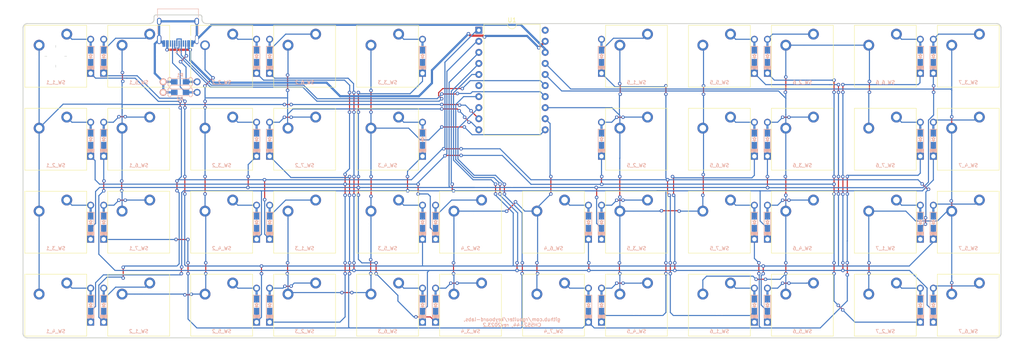
<source format=kicad_pcb>
(kicad_pcb (version 20221018) (generator pcbnew)
  (title_block (title "CH552-44") (date "2023-11-09") (rev "2023.2") (company "Richard Goulter (rgoulter)") (comment 3 "Project: https://github.com/rgoulter/keyboard-labs") (comment 4 "Simple Through-Hole board using WeAct CH552 Core board") (comment 5 "Mounts compatible with PyKey40."))
  (layers (0 "F.Cu" signal "Front") (31 "B.Cu" signal "Back") (34 "B.Paste" user) (35 "F.Paste" user) (36 "B.SilkS" user "B.Silkscreen") (37 "F.SilkS" user "F.Silkscreen") (38 "B.Mask" user) (39 "F.Mask" user) (44 "Edge.Cuts" user))
  (net 0 "")
  (net 1 "/ROW1")
  (net 2 "/ROW2")
  (net 3 "/ROW3")
  (net 4 "/ROW4")
  (net 5 "Net-(D_4_7-A)")
  (net 6 "Net-(D_1_1-A)")
  (net 7 "Net-(D_1_2-A)")
  (net 8 "Net-(D_1_3-A)")
  (net 9 "Net-(D_1_6-A)")
  (net 10 "Net-(D_1_5-A)")
  (net 11 "Net-(D_1_7-A)")
  (net 12 "Net-(D_2_6-A)")
  (net 13 "Net-(D_2_7-A)")
  (net 14 "Net-(D_3_6-A)")
  (net 15 "Net-(D_3_7-A)")
  (net 16 "Net-(D_2_1-A)")
  (net 17 "Net-(D_2_2-A)")
  (net 18 "Net-(D_2_3-A)")
  (net 19 "Net-(D_2_4-A)")
  (net 20 "Net-(D_2_5-A)")
  (net 21 "/ROW5")
  (net 22 "Net-(D_5_1-A)")
  (net 23 "Net-(D_5_2-A)")
  (net 24 "Net-(D_5_3-A)")
  (net 25 "Net-(D_5_5-A)")
  (net 26 "Net-(D_3_1-A)")
  (net 27 "Net-(D_3_2-A)")
  (net 28 "Net-(D_3_3-A)")
  (net 29 "Net-(D_3_4-A)")
  (net 30 "Net-(D_3_5-A)")
  (net 31 "Net-(D_5_6-A)")
  (net 32 "Net-(D_5_7-A)")
  (net 33 "/ROW6")
  (net 34 "Net-(D_6_1-A)")
  (net 35 "Net-(D_6_2-A)")
  (net 36 "Net-(D_4_1-A)")
  (net 37 "Net-(D_4_2-A)")
  (net 38 "Net-(D_4_3-A)")
  (net 39 "Net-(D_6_3-A)")
  (net 40 "Net-(D_4_5-A)")
  (net 41 "Net-(D_4_6-A)")
  (net 42 "Net-(D_6_4-A)")
  (net 43 "Net-(D_6_5-A)")
  (net 44 "Net-(D_6_6-A)")
  (net 45 "Net-(D_6_7-A)")
  (net 46 "/ROW7")
  (net 47 "/COL1")
  (net 48 "/COL2")
  (net 49 "/COL3")
  (net 50 "/COL4")
  (net 51 "/COL5")
  (net 52 "Net-(D_7_1-A)")
  (net 53 "Net-(D_7_2-A)")
  (net 54 "Net-(D_7_4-A)")
  (net 55 "Net-(D_7_5-A)")
  (net 56 "Net-(D_7_6-A)")
  (net 57 "/COL6")
  (net 58 "/COL7")
  (net 60 "/GND")
  (net 61 "/VBUS")
  (net 62 "Net-(J1-CC1)")
  (net 63 "/DP")
  (net 65 "/DM")
  (net 67 "Net-(J1-CC2)")
  (footprint "ProjectLocal:SW_Cherry_MX_PCB_1.00u_BSilkRef" (layer "F.Cu") (at 57.5 57.5)
    (fp_text reference "SW_1_1")
    (fp_text value "MX-compatible or Kailh Choc v1")
  )
  (footprint "ProjectLocal:SW_Cherry_MX_PCB_1.00u_BSilkRef" (layer "F.Cu") (at 76.55 114.65)
    (fp_text reference "SW_1_2")
    (fp_text value "MX-compatible or Kailh Choc v1")
  )
  (footprint "ProjectLocal:SW_Cherry_MX_PCB_1.00u_BSilkRef" (layer "F.Cu") (at 114.65 95.6)
    (fp_text reference "SW_1_3")
    (fp_text value "MX-compatible or Kailh Choc v1")
  )
  (footprint "ProjectLocal:SW_Cherry_MX_PCB_1.00u_BSilkRef" (layer "F.Cu") (at 190.85 57.5)
    (fp_text reference "SW_1_5")
    (fp_text value "MX-compatible or Kailh Choc v1")
  )
  (footprint "ProjectLocal:SW_Cherry_MX_PCB_1.00u_BSilkRef" (layer "F.Cu") (at 57.5 76.55)
    (fp_text reference "SW_2_1")
    (fp_text value "MX-compatible or Kailh Choc v1")
  )
  (footprint "ProjectLocal:SW_Cherry_MX_PCB_1.00u_BSilkRef" (layer "F.Cu") (at 95.6 57.5)
    (fp_text reference "SW_2_2")
    (fp_text value "MX-compatible or Kailh Choc v1")
  )
  (footprint "ProjectLocal:SW_Cherry_MX_PCB_1.00u_BSilkRef" (layer "F.Cu") (at 114.65 114.65)
    (fp_text reference "SW_2_3")
    (fp_text value "MX-compatible or Kailh Choc v1")
  )
  (footprint "ProjectLocal:SW_Cherry_MX_PCB_1.00u_BSilkRef" (layer "F.Cu") (at 152.75 95.6)
    (fp_text reference "SW_2_4")
    (fp_text value "MX-compatible or Kailh Choc v1")
  )
  (footprint "ProjectLocal:SW_Cherry_MX_PCB_1.00u_BSilkRef" (layer "F.Cu") (at 190.85 76.55)
    (fp_text reference "SW_2_5")
    (fp_text value "MX-compatible or Kailh Choc v1")
  )
  (footprint "ProjectLocal:SW_Cherry_MX_PCB_1.00u_BSilkRef" (layer "F.Cu") (at 57.5 95.6)
    (fp_text reference "SW_3_1")
    (fp_text value "MX-compatible or Kailh Choc v1")
  )
  (footprint "ProjectLocal:SW_Cherry_MX_PCB_1.00u_BSilkRef" (layer "F.Cu") (at 95.6 76.55)
    (fp_text reference "SW_3_2")
    (fp_text value "MX-compatible or Kailh Choc v1")
  )
  (footprint "ProjectLocal:SW_Cherry_MX_PCB_1.00u_BSilkRef" (layer "F.Cu") (at 133.7 57.5)
    (fp_text reference "SW_3_3")
    (fp_text value "MX-compatible or Kailh Choc v1")
  )
  (footprint "ProjectLocal:SW_Cherry_MX_PCB_1.00u_BSilkRef" (layer "F.Cu") (at 152.75 114.65)
    (fp_text reference "SW_3_4")
    (fp_text value "MX-compatible or Kailh Choc v1")
  )
  (footprint "ProjectLocal:SW_Cherry_MX_PCB_1.00u_BSilkRef" (layer "F.Cu") (at 190.85 95.6)
    (fp_text reference "SW_3_5")
    (fp_text value "MX-compatible or Kailh Choc v1")
  )
  (footprint "ProjectLocal:SW_Cherry_MX_PCB_1.00u_BSilkRef" (layer "F.Cu") (at 57.5 114.65)
    (fp_text reference "SW_4_1")
    (fp_text value "MX-compatible or Kailh Choc v1")
  )
  (footprint "ProjectLocal:SW_Cherry_MX_PCB_1.00u_BSilkRef" (layer "F.Cu") (at 95.6 95.6)
    (fp_text reference "SW_4_2")
    (fp_text value "MX-compatible or Kailh Choc v1")
  )
  (footprint "ProjectLocal:SW_Cherry_MX_PCB_1.00u_BSilkRef" (layer "F.Cu") (at 133.7 76.55)
    (fp_text reference "SW_4_3")
    (fp_text value "MX-compatible or Kailh Choc v1")
  )
  (footprint "ProjectLocal:SW_Cherry_MX_PCB_1.00u_BSilkRef" (layer "F.Cu") (at 190.85 114.65)
    (fp_text reference "SW_4_5")
    (fp_text value "MX-compatible or Kailh Choc v1")
  )
  (footprint "ProjectLocal:SW_Cherry_MX_PCB_1.00u_BSilkRef" (layer "F.Cu") (at 228.95 95.6)
    (fp_text reference "SW_4_6")
    (fp_text value "MX-compatible or Kailh Choc v1")
  )
  (footprint "MountingHole:MountingHole_2.2mm_M2_DIN965" (layer "F.Cu") (at 67.025 105.125)
    (fp_text reference "H2" hide)
    (fp_text value "MountingHole")
  )
  (footprint "MountingHole:MountingHole_2.2mm_M2_DIN965" (layer "F.Cu") (at 257.525 105.125)
    (fp_text reference "H3" hide)
    (fp_text value "MountingHole")
  )
  (footprint "MountingHole:MountingHole_2.2mm_M2_DIN965" (layer "F.Cu") (at 162.275 86.075)
    (fp_text reference "H5" hide)
    (fp_text value "MountingHole")
  )
  (footprint "MountingHole:MountingHole_2.2mm_M2_DIN965" (layer "F.Cu") (at 257.525 67.025)
    (fp_text reference "H4" hide)
    (fp_text value "MountingHole")
  )
  (footprint "MountingHole:MountingHole_2.2mm_M2_DIN965" (layer "F.Cu") (at 67.025 67.025)
    (fp_text reference "H1" hide)
    (fp_text value "MountingHole")
  )
  (footprint "ProjectLocal:SW_Cherry_MX_PCB_1.00u_BSilkRef" (layer "F.Cu") (at 248 114.65)
    (fp_text reference "SW_2_7")
    (fp_text value "MX-compatible or Kailh Choc v1")
  )
  (footprint "ProjectLocal:SW_Cherry_MX_PCB_1.00u_BSilkRef" (layer "F.Cu") (at 133.7 114.65)
    (fp_text reference "SW_6_3")
    (fp_text value "MX-compatible or Kailh Choc v1")
  )
  (footprint "ProjectLocal:SW_Cherry_MX_PCB_1.00u_BSilkRef" (layer "F.Cu") (at 114.65 57.5)
    (fp_text reference "SW_6_2")
    (fp_text value "MX-compatible or Kailh Choc v1")
  )
  (footprint "MountingHole:MountingHole_2.2mm_M2_DIN965" (layer "F.Cu") (at 178.325 53.5)
    (fp_text reference "H10" hide)
    (fp_text value "MountingHole")
  )
  (footprint "ProjectLocal:SW_Cherry_MX_PCB_1.00u_BSilkRef" (layer "F.Cu") (at 209.9 114.65)
    (fp_text reference "SW_1_6")
    (fp_text value "MX-compatible or Kailh Choc v1")
  )
  (footprint "ProjectLocal:SW_Cherry_MX_PCB_1.00u_BSilkRef" (layer "F.Cu") (at 209.9 95.6)
    (fp_text reference "SW_7_5")
    (fp_text value "MX-compatible or Kailh Choc v1")
  )
  (footprint "ProjectLocal:SW_Cherry_MX_PCB_1.00u_BSilkRef" (layer "F.Cu") (at 171.8 95.6)
    (fp_text reference "SW_6_4")
    (fp_text value "MX-compatible or Kailh Choc v1")
  )
  (footprint "ProjectLocal:DIP-20_W15.24mm" (layer "F.Cu") (at 154.655 51.524)
    (fp_text reference "U1")
    (fp_text value "WeAct_CH552CoreBoard")
  )
  (footprint "ProjectLocal:SW_Cherry_MX_PCB_1.00u_BSilkRef" (layer "F.Cu") (at 267.05 57.5)
    (fp_text reference "SW_3_7")
    (fp_text value "MX-compatible or Kailh Choc v1")
  )
  (footprint "ProjectLocal:SW_Cherry_MX_PCB_1.00u_BSilkRef" (layer "F.Cu") (at 133.7 95.6)
    (fp_text reference "SW_5_3")
    (fp_text value "MX-compatible or Kailh Choc v1")
  )
  (footprint "ProjectLocal:SW_Cherry_MX_PCB_1.00u_BSilkRef" (layer "F.Cu") (at 267.05 114.65)
    (fp_text reference "SW_6_7")
    (fp_text value "MX-compatible or Kailh Choc v1")
  )
  (footprint "ProjectLocal:SW_Cherry_MX_PCB_1.00u_BSilkRef" (layer "F.Cu") (at 114.65 76.55)
    (fp_text reference "SW_7_2")
    (fp_text value "MX-compatible or Kailh Choc v1")
  )
  (footprint "ProjectLocal:SW_Cherry_MX_PCB_1.00u_BSilkRef" (layer "F.Cu") (at 267.05 95.6)
    (fp_text reference "SW_5_7")
    (fp_text value "MX-compatible or Kailh Choc v1")
  )
  (footprint "ProjectLocal:SW_Cherry_MX_PCB_1.00u_BSilkRef" (layer "F.Cu") (at 76.55 57.5)
    (fp_text reference "SW_5_1")
    (fp_text value "MX-compatible or Kailh Choc v1")
  )
  (footprint "ProjectLocal:SW_Cherry_MX_PCB_1.00u_BSilkRef" (layer "F.Cu") (at 248 57.5)
    (fp_text reference "SW_6_6")
    (fp_text value "MX-compatible or Kailh Choc v1")
  )
  (footprint "MountingHole:MountingHole_2.2mm_M2_DIN965" (layer "F.Cu") (at 178.325 83.075)
    (fp_text reference "H9" hide)
    (fp_text value "MountingHole")
  )
  (footprint "ProjectLocal:SW_Cherry_MX_PCB_1.00u_BSilkRef" (layer "F.Cu") (at 228.95 57.5)
    (fp_text reference "SW_2_6")
    (fp_text value "MX-compatible or Kailh Choc v1")
  )
  (footprint "ProjectLocal:SW_Cherry_MX_PCB_1.00u_BSilkRef" (layer "F.Cu") (at 209.9 57.5)
    (fp_text reference "SW_5_5")
    (fp_text value "MX-compatible or Kailh Choc v1")
  )
  (footprint "ProjectLocal:SW_Cherry_MX_PCB_1.00u_BSilkRef" (layer "F.Cu") (at 76.55 95.6)
    (fp_text reference "SW_7_1")
    (fp_text value "MX-compatible or Kailh Choc v1")
  )
  (footprint "ProjectLocal:SW_Cherry_MX_PCB_1.00u_BSilkRef" (layer "F.Cu") (at 267.05 76.55)
    (fp_text reference "SW_4_7")
    (fp_text value "MX-compatible or Kailh Choc v1")
  )
  (footprint "ProjectLocal:SW_Cherry_MX_PCB_1.00u_BSilkRef" (layer "F.Cu") (at 228.95 76.55)
    (fp_text reference "SW_3_6")
    (fp_text value "MX-compatible or Kailh Choc v1")
  )
  (footprint "MountingHole:MountingHole_2.2mm_M2_DIN965" (layer "F.Cu") (at 146.225 83.075)
    (fp_text reference "H8" hide)
    (fp_text value "MountingHole")
  )
  (footprint "ProjectLocal:SW_Cherry_MX_PCB_1.00u_BSilkRef" (layer "F.Cu") (at 248 76.55)
    (fp_text reference "SW_7_6")
    (fp_text value "MX-compatible or Kailh Choc v1")
  )
  (footprint "ProjectLocal:SW_Cherry_MX_PCB_1.00u_BSilkRef" (layer "F.Cu") (at 76.55 76.55)
    (fp_text reference "SW_6_1")
    (fp_text value "MX-compatible or Kailh Choc v1")
  )
  (footprint "MountingHole:MountingHole_2.2mm_M2_DIN965" (layer "F.Cu") (at 146.225 53.5)
    (fp_text reference "H7" hide)
    (fp_text value "MountingHole")
  )
  (footprint "ProjectLocal:SW_Cherry_MX_PCB_1.00u_BSilkRef" (layer "F.Cu") (at 95.6 114.65)
    (fp_text reference "SW_5_2")
    (fp_text value "MX-compatible or Kailh Choc v1")
  )
  (footprint "ProjectLocal:SW_Cherry_MX_PCB_1.00u_BSilkRef" (layer "F.Cu") (at 209.9 76.55)
    (fp_text reference "SW_6_5")
    (fp_text value "MX-compatible or Kailh Choc v1")
  )
  (footprint "ProjectLocal:SW_Cherry_MX_PCB_1.00u_BSilkRef" (layer "F.Cu") (at 248 95.6)
    (fp_text reference "SW_1_7")
    (fp_text value "MX-compatible or Kailh Choc v1")
  )
  (footprint "ProjectLocal:SW_Cherry_MX_PCB_1.00u_BSilkRef" (layer "F.Cu") (at 228.95 114.65)
    (fp_text reference "SW_5_6")
    (fp_text value "MX-compatible or Kailh Choc v1")
  )
  (footprint "ProjectLocal:SW_Cherry_MX_PCB_1.00u_BSilkRef" (layer "F.Cu") (at 171.8 114.65)
    (fp_text reference "SW_7_4")
    (fp_text value "MX-compatible or Kailh Choc v1")
  )
  (footprint "ProjectLocal:Diode-dual" (layer "B.Cu") (at 259.025 114.65 -90)
    (fp_text reference "D_6_7" hide)
    (fp_text value "1N4148" hide)
  )
  (footprint "ProjectLocal:Diode-dual" (layer "B.Cu") (at 144.725 114.65 -90)
    (fp_text reference "D_3_4" hide)
    (fp_text value "1N4148" hide)
  )
  (footprint "ProjectLocal:Diode-dual" (layer "B.Cu") (at 259.025 76.55 -90)
    (fp_text reference "D_4_7" hide)
    (fp_text value "1N4148" hide)
  )
  (footprint "ProjectLocal:Diode-dual" (layer "B.Cu") (at 106.625 114.65 -90)
    (fp_text reference "D_2_3" hide)
    (fp_text value "1N4148" hide)
  )
  (footprint "ProjectLocal:Diode-dual" (layer "B.Cu") (at 182.825 95.6 -90)
    (fp_text reference "D_3_5" hide)
    (fp_text value "1N4148" hide)
  )
  (footprint "ProjectLocal:Diode-dual" (layer "B.Cu") (at 256.025 114.65 -90)
    (fp_text reference "D_2_7" hide)
    (fp_text value "1N4148" hide)
  )
  (footprint "ProjectLocal:Diode-dual" (layer "B.Cu") (at 103.625 114.65 -90)
    (fp_text reference "D_5_2" hide)
    (fp_text value "1N4148" hide)
  )
  (footprint "ProjectLocal:Resistor-Hybrid" (layer "B.Cu") (at 86.075 63.373)
    (fp_text reference "R1")
    (fp_text value "5.1k" hide)
  )
  (footprint "ProjectLocal:Diode-dual" (layer "B.Cu") (at 68.525 114.65 -90)
    (fp_text reference "D_1_2" hide)
    (fp_text value "1N4148" hide)
  )
  (footprint "ProjectLocal:Diode-dual" (layer "B.Cu") (at 217.925 57.5 -90)
    (fp_text reference "D_5_5" hide)
    (fp_text value "1N4148" hide)
  )
  (footprint "ProjectLocal:Diode-dual" (layer "B.Cu") (at 141.725 114.65 -90)
    (fp_text reference "D_6_3" hide)
    (fp_text value "1N4148" hide)
  )
  (footprint "ProjectLocal:Diode-dual" (layer "B.Cu") (at 259.025 95.6 -90)
    (fp_text reference "D_5_7" hide)
    (fp_text value "1N4148" hide)
  )
  (footprint "ProjectLocal:Diode-dual" (layer "B.Cu") (at 217.925 114.65 -90)
    (fp_text reference "D_1_6" hide)
    (fp_text value "1N4148" hide)
  )
  (footprint "ProjectLocal:Diode-dual" (layer "B.Cu") (at 103.625 76.55 -90)
    (fp_text reference "D_3_2" hide)
    (fp_text value "1N4148" hide)
  )
  (footprint "ProjectLocal:Resistor-Hybrid" (layer "B.Cu") (at 86.075 65.786)
    (fp_text reference "R2")
    (fp_text value "5.1k" hide)
  )
  (footprint "ProjectLocal:Diode-dual" (layer "B.Cu") (at 144.725 95.6 -90)
    (fp_text reference "D_2_4" hide)
    (fp_text value "1N4148" hide)
  )
  (footprint "ProjectLocal:Diode-dual" (layer "B.Cu") (at 259.025 57.5 -90)
    (fp_text reference "D_3_7" hide)
    (fp_text value "1N4148" hide)
  )
  (footprint "ProjectLocal:Diode-dual" (layer "B.Cu") (at 65.525 95.6 -90)
    (fp_text reference "D_3_1" hide)
    (fp_text value "1N4148" hide)
  )
  (footprint "ProjectLocal:Diode-dual" (layer "B.Cu") (at 179.825 114.65 -90)
    (fp_text reference "D_7_4" hide)
    (fp_text value "1N4148" hide)
  )
  (footprint "Connector_USB:USB_C_Receptacle_HRO_TYPE-C-31-M-12" (layer "B.Cu") (at 85.575 50.52925)
    (fp_text reference "J1")
    (fp_text value "USB_C_Receptacle_USB2.0")
  )
  (footprint "ProjectLocal:Diode-dual" (layer "B.Cu") (at 220.925 76.55 -90)
    (fp_text reference "D_3_6" hide)
    (fp_text value "1N4148" hide)
  )
  (footprint "ProjectLocal:Diode-dual" (layer "B.Cu") (at 182.825 114.65 -90)
    (fp_text reference "D_4_5" hide)
    (fp_text value "1N4148" hide)
  )
  (footprint "ProjectLocal:Diode-dual" (layer "B.Cu") (at 179.825 95.6 -90)
    (fp_text reference "D_6_4" hide)
    (fp_text value "1N4148" hide)
  )
  (footprint "ProjectLocal:Diode-dual" (layer "B.Cu") (at 141.725 57.5 -90)
    (fp_text reference "D_3_3" hide)
    (fp_text value "1N4148" hide)
  )
  (footprint "ProjectLocal:Diode-dual" (layer "B.Cu") (at 256.025 57.5 -90)
    (fp_text reference "D_6_6" hide)
    (fp_text value "1N4148" hide)
  )
  (footprint "ProjectLocal:Diode-dual" (layer "B.Cu") (at 182.825 76.55 -90)
    (fp_text reference "D_2_5" hide)
    (fp_text value "1N4148" hide)
  )
  (footprint "ProjectLocal:Diode-dual" (layer "B.Cu") (at 68.525 95.6 -90)
    (fp_text reference "D_7_1" hide)
    (fp_text value "1N4148" hide)
  )
  (footprint "ProjectLocal:Diode-dual" (layer "B.Cu") (at 103.625 95.6 -90)
    (fp_text reference "D_4_2" hide)
    (fp_text value "1N4148" hide)
  )
  (footprint "ProjectLocal:Diode-dual" (layer "B.Cu") (at 106.625 95.6 -90)
    (fp_text reference "D_1_3" hide)
    (fp_text value "1N4148" hide)
  )
  (footprint "ProjectLocal:Diode-dual" (layer "B.Cu") (at 65.525 114.65 -90)
    (fp_text reference "D_4_1" hide)
    (fp_text value "1N4148" hide)
  )
  (footprint "ProjectLocal:Diode-dual" (layer "B.Cu") (at 217.925 95.6 -90)
    (fp_text reference "D_7_5" hide)
    (fp_text value "1N4148" hide)
  )
  (footprint "ProjectLocal:Diode-dual" (layer "B.Cu") (at 68.525 57.5 -90)
    (fp_text reference "D_5_1" hide)
    (fp_text value "1N4148" hide)
  )
  (footprint "ProjectLocal:Diode-dual" (layer "B.Cu") (at 217.925 76.55 -90)
    (fp_text reference "D_6_5" hide)
    (fp_text value "1N4148" hide)
  )
  (footprint "ProjectLocal:Diode-dual" (layer "B.Cu") (at 256.025 76.55 -90)
    (fp_text reference "D_7_6" hide)
    (fp_text value "1N4148" hide)
  )
  (footprint "ProjectLocal:Diode-dual" (layer "B.Cu") (at 68.525 76.55 -90)
    (fp_text reference "D_6_1" hide)
    (fp_text value "1N4148" hide)
  )
  (footprint "ProjectLocal:Diode-dual" (layer "B.Cu") (at 182.825 57.5 -90)
    (fp_text reference "D_1_5" hide)
    (fp_text value "1N4148" hide)
  )
  (footprint "ProjectLocal:Diode-dual" (layer "B.Cu") (at 106.625 76.55 -90)
    (fp_text reference "D_7_2" hide)
    (fp_text value "1N4148" hide)
  )
  (footprint "ProjectLocal:Diode-dual" (layer "B.Cu") (at 220.925 114.65 -90)
    (fp_text reference "D_5_6" hide)
    (fp_text value "1N4148" hide)
  )
  (footprint "ProjectLocal:Diode-dual" (layer "B.Cu") (at 65.525 57.5 -90)
    (fp_text reference "D_1_1" hide)
    (fp_text value "1N4148" hide)
  )
  (footprint "ProjectLocal:Diode-dual" (layer "B.Cu") (at 141.725 76.55 -90)
    (fp_text reference "D_4_3" hide)
    (fp_text value "1N4148" hide)
  )
  (footprint "ProjectLocal:Diode-dual" (layer "B.Cu") (at 65.525 76.55 -90)
    (fp_text reference "D_2_1" hide)
    (fp_text value "1N4148" hide)
  )
  (footprint "ProjectLocal:Diode-dual" (layer "B.Cu") (at 106.625 57.5 -90)
    (fp_text reference "D_6_2" hide)
    (fp_text value "1N4148" hide)
  )
  (footprint "ProjectLocal:Diode-dual" (layer "B.Cu") (at 141.725 95.6 -90)
    (fp_text reference "D_5_3" hide)
    (fp_text value "1N4148" hide)
  )
  (footprint "ProjectLocal:Diode-dual" (layer "B.Cu") (at 256.025 95.6 -90)
    (fp_text reference "D_1_7" hide)
    (fp_text value "1N4148" hide)
  )
  (footprint "ProjectLocal:Diode-dual" (layer "B.Cu") (at 220.925 95.6 -90)
    (fp_text reference "D_4_6" hide)
    (fp_text value "1N4148" hide)
  )
  (footprint "ProjectLocal:Diode-dual" (layer "B.Cu") (at 220.925 57.5 -90)
    (fp_text reference "D_2_6" hide)
    (fp_text value "1N4148" hide)
  )
  (footprint "ProjectLocal:Diode-dual" (layer "B.Cu") (at 103.625 57.5 -90)
    (fp_text reference "D_2_2" hide)
    (fp_text value "1N4148" hide)
  )
  (gr_line (start 50.086441 50.593262) (end 50.048935 50.690979) (stroke (width 0.2)) (layer "Edge.Cuts"))
  (gr_line (start 50.412201 50.190979) (end 50.330856 50.256851) (stroke (width 0.2)) (layer "Edge.Cuts"))
  (gr_line (start 50.048935 121.459) (end 50.086441 121.5567) (stroke (width 0.2)) (layer "Edge.Cuts"))
  (gr_line (start 274.528 50.792084) (end 274.501 50.690979) (stroke (width 0.2)) (layer "Edge.Cuts"))
  (gr_line (start 50 51) (end 50 121.15) (stroke (width 0.2)) (layer "Edge.Cuts"))
  (gr_line (start 50.021851 50.792084) (end 50.005478 50.895462) (stroke (width 0.2)) (layer "Edge.Cuts"))
  (gr_line (start 80.471 48.01093) (end 80.4205 48.02446) (stroke (width 0.2)) (layer "Edge.Cuts"))
  (gr_line (start 80.0995 48.34549) (end 80.0859 48.39604) (stroke (width 0.2)) (layer "Edge.Cuts"))
  (gr_line (start 91.575 49.866013) (end 91.4872 49.809006) (stroke (width 0.2)) (layer "Edge.Cuts"))
  (gr_line (start 50.021851 121.3579) (end 50.048935 121.459) (stroke (width 0.2)) (layer "Edge.Cuts"))
  (gr_line (start 274.05 122.016) (end 274.138 121.959) (stroke (width 0.2)) (layer "Edge.Cuts"))
  (gr_line (start 274.293 50.330856) (end 274.219 50.256851) (stroke (width 0.2)) (layer "Edge.Cuts"))
  (gr_line (start 79.7441 49.743134) (end 79.6628 49.809006) (stroke (width 0.2)) (layer "Edge.Cuts"))
  (gr_line (start 50.330856 121.8931) (end 50.412201 121.959) (stroke (width 0.2)) (layer "Edge.Cuts"))
  (gr_line (start 79.384 49.95105) (end 79.2829 49.978134) (stroke (width 0.2)) (layer "Edge.Cuts"))
  (gr_line (start 79.8181 49.669128) (end 79.7441 49.743134) (stroke (width 0.2)) (layer "Edge.Cuts"))
  (gr_line (start 91.0318 48.29663) (end 91.008 48.25) (stroke (width 0.2)) (layer "Edge.Cuts"))
  (gr_line (start 274.138 50.190979) (end 274.05 50.133972) (stroke (width 0.2)) (layer "Edge.Cuts"))
  (gr_line (start 274.528 121.3579) (end 274.545 121.2545) (stroke (width 0.2)) (layer "Edge.Cuts"))
  (gr_line (start 91.0805 49.104523) (end 91.075 49) (stroke (width 0.2)) (layer "Edge.Cuts"))
  (gr_line (start 273.859 50.048935) (end 273.758 50.021851) (stroke (width 0.2)) (layer "Edge.Cuts"))
  (gr_line (start 80.075 49) (end 80.0695 49.104523) (stroke (width 0.2)) (layer "Edge.Cuts"))
  (gr_line (start 51 122.15) (end 273.55 122.15) (stroke (width 0.2)) (layer "Edge.Cuts"))
  (gr_line (start 50.5 122.016) (end 50.593262 122.0636) (stroke (width 0.2)) (layer "Edge.Cuts"))
  (gr_line (start 91.1239 49.309006) (end 91.0968 49.207901) (stroke (width 0.2)) (layer "Edge.Cuts"))
  (gr_line (start 91.4059 49.743134) (end 91.3318 49.669128) (stroke (width 0.2)) (layer "Edge.Cuts"))
  (gr_line (start 50.256851 50.330856) (end 50.190979 50.412201) (stroke (width 0.2)) (layer "Edge.Cuts"))
  (gr_line (start 91.0641 48.39604) (end 91.0505 48.34549) (stroke (width 0.2)) (layer "Edge.Cuts"))
  (gr_line (start 274.545 50.895462) (end 274.528 50.792084) (stroke (width 0.2)) (layer "Edge.Cuts"))
  (gr_line (start 50.330856 50.256851) (end 50.256851 50.330856) (stroke (width 0.2)) (layer "Edge.Cuts"))
  (gr_line (start 50.593262 122.0636) (end 50.690979 122.1011) (stroke (width 0.2)) (layer "Edge.Cuts"))
  (gr_line (start 273.957 122.0636) (end 274.05 122.016) (stroke (width 0.2)) (layer "Edge.Cuts"))
  (gr_line (start 91.266 49.587784) (end 91.209 49.5) (stroke (width 0.2)) (layer "Edge.Cuts"))
  (gr_line (start 92.075 50) (end 91.9705 49.994507) (stroke (width 0.2)) (layer "Edge.Cuts"))
  (gr_line (start 274.293 121.8191) (end 274.359 121.7378) (stroke (width 0.2)) (layer "Edge.Cuts"))
  (gr_line (start 80.1705 48.2061) (end 80.142 48.25) (stroke (width 0.2)) (layer "Edge.Cuts"))
  (gr_line (start 274.138 121.959) (end 274.219 121.8931) (stroke (width 0.2)) (layer "Edge.Cuts"))
  (gr_line (start 80.0859 48.39604) (end 80.0777 48.44772) (stroke (width 0.2)) (layer "Edge.Cuts"))
  (gr_line (start 79.884 49.587784) (end 79.8181 49.669128) (stroke (width 0.2)) (layer "Edge.Cuts"))
  (gr_line (start 90.9096 48.12842) (end 90.8689 48.09549) (stroke (width 0.2)) (layer "Edge.Cuts"))
  (gr_line (start 80.0695 49.104523) (end 80.0531 49.207901) (stroke (width 0.2)) (layer "Edge.Cuts"))
  (gr_line (start 273.758 122.1281) (end 273.859 122.1011) (stroke (width 0.2)) (layer "Edge.Cuts"))
  (gr_line (start 80.2034 48.16542) (end 80.1705 48.2061) (stroke (width 0.2)) (layer "Edge.Cuts"))
  (gr_line (start 50.005478 50.895462) (end 50 51) (stroke (width 0.2)) (layer "Edge.Cuts"))
  (gr_line (start 273.55 122.15) (end 273.655 122.1445) (stroke (width 0.2)) (layer "Edge.Cuts"))
  (gr_line (start 274.501 121.459) (end 274.528 121.3579) (stroke (width 0.2)) (layer "Edge.Cuts"))
  (gr_line (start 80.1182 48.29663) (end 80.0995 48.34549) (stroke (width 0.2)) (layer "Edge.Cuts"))
  (gr_line (start 274.416 50.5) (end 274.359 50.412201) (stroke (width 0.2)) (layer "Edge.Cuts"))
  (gr_line (start 50.895462 122.1445) (end 51 122.15) (stroke (width 0.2)) (layer "Edge.Cuts"))
  (gr_line (start 90.9466 48.16542) (end 90.9096 48.12842) (stroke (width 0.2)) (layer "Edge.Cuts"))
  (gr_line (start 50.593262 50.086441) (end 50.5 50.133972) (stroke (width 0.2)) (layer "Edge.Cuts"))
  (gr_line (start 79.575 49.866013) (end 79.4817 49.913544) (stroke (width 0.2)) (layer "Edge.Cuts"))
  (gr_line (start 90.825 48.06699) (end 90.7784 48.04321) (stroke (width 0.2)) (layer "Edge.Cuts"))
  (gr_line (start 80.3716 48.04321) (end 80.325 48.06699) (stroke (width 0.2)) (layer "Edge.Cuts"))
  (gr_line (start 274.55 51) (end 274.545 50.895462) (stroke (width 0.2)) (layer "Edge.Cuts"))
  (gr_line (start 274.416 121.65) (end 274.464 121.5567) (stroke (width 0.2)) (layer "Edge.Cuts"))
  (gr_line (start 79.2829 49.978134) (end 79.1795 49.994507) (stroke (width 0.2)) (layer "Edge.Cuts"))
  (gr_line (start 80.026 49.309006) (end 79.9885 49.406723) (stroke (width 0.2)) (layer "Edge.Cuts"))
  (gr_line (start 274.501 50.690979) (end 274.464 50.593262) (stroke (width 0.2)) (layer "Edge.Cuts"))
  (gr_line (start 90.575 48) (end 80.575 48) (stroke (width 0.2)) (layer "Edge.Cuts"))
  (gr_line (start 50.133972 50.5) (end 50.086441 50.593262) (stroke (width 0.2)) (layer "Edge.Cuts"))
  (gr_line (start 274.55 121.15) (end 274.55 51) (stroke (width 0.2)) (layer "Edge.Cuts"))
  (gr_line (start 91.4872 49.809006) (end 91.4059 49.743134) (stroke (width 0.2)) (layer "Edge.Cuts"))
  (gr_line (start 90.7295 48.02446) (end 90.679 48.01093) (stroke (width 0.2)) (layer "Edge.Cuts"))
  (gr_line (start 274.359 50.412201) (end 274.293 50.330856) (stroke (width 0.2)) (layer "Edge.Cuts"))
  (gr_line (start 273.758 50.021851) (end 273.655 50.005478) (stroke (width 0.2)) (layer "Edge.Cuts"))
  (gr_line (start 91.008 48.25) (end 90.9795 48.2061) (stroke (width 0.2)) (layer "Edge.Cuts"))
  (gr_line (start 80.2404 48.12842) (end 80.2034 48.16542) (stroke (width 0.2)) (layer "Edge.Cuts"))
  (gr_line (start 50.690979 122.1011) (end 50.792084 122.1281) (stroke (width 0.2)) (layer "Edge.Cuts"))
  (gr_line (start 91.0505 48.34549) (end 91.0318 48.29663) (stroke (width 0.2)) (layer "Edge.Cuts"))
  (gr_line (start 274.05 50.133972) (end 273.957 50.086441) (stroke (width 0.2)) (layer "Edge.Cuts"))
  (gr_line (start 80.0531 49.207901) (end 80.026 49.309006) (stroke (width 0.2)) (layer "Edge.Cuts"))
  (gr_line (start 50.792084 122.1281) (end 50.895462 122.1445) (stroke (width 0.2)) (layer "Edge.Cuts"))
  (gr_line (start 80.0777 48.44772) (end 80.075 48.5) (stroke (width 0.2)) (layer "Edge.Cuts"))
  (gr_line (start 80.575 48) (end 80.5227 48.00273) (stroke (width 0.2)) (layer "Edge.Cuts"))
  (gr_line (start 273.655 122.1445) (end 273.758 122.1281) (stroke (width 0.2)) (layer "Edge.Cuts"))
  (gr_line (start 91.075 49) (end 91.075 48.5) (stroke (width 0.2)) (layer "Edge.Cuts"))
  (gr_line (start 50 121.15) (end 50.005478 121.2545) (stroke (width 0.2)) (layer "Edge.Cuts"))
  (gr_line (start 274.219 121.8931) (end 274.293 121.8191) (stroke (width 0.2)) (layer "Edge.Cuts"))
  (gr_line (start 50.792084 50.021851) (end 50.690979 50.048935) (stroke (width 0.2)) (layer "Edge.Cuts"))
  (gr_line (start 50.256851 121.8191) (end 50.330856 121.8931) (stroke (width 0.2)) (layer "Edge.Cuts"))
  (gr_line (start 50.190979 121.7378) (end 50.256851 121.8191) (stroke (width 0.2)) (layer "Edge.Cuts"))
  (gr_line (start 91.766 49.95105) (end 91.6683 49.913544) (stroke (width 0.2)) (layer "Edge.Cuts"))
  (gr_line (start 50.086441 121.5567) (end 50.133972 121.65) (stroke (width 0.2)) (layer "Edge.Cuts"))
  (gr_line (start 51 50) (end 50.895462 50.005478) (stroke (width 0.2)) (layer "Edge.Cuts"))
  (gr_line (start 80.075 48.5) (end 80.075 49) (stroke (width 0.2)) (layer "Edge.Cuts"))
  (gr_line (start 50.133972 121.65) (end 50.190979 121.7378) (stroke (width 0.2)) (layer "Edge.Cuts"))
  (gr_line (start 91.8671 49.978134) (end 91.766 49.95105) (stroke (width 0.2)) (layer "Edge.Cuts"))
  (gr_line (start 50.190979 50.412201) (end 50.133972 50.5) (stroke (width 0.2)) (layer "Edge.Cuts"))
  (gr_line (start 91.209 49.5) (end 91.1614 49.406723) (stroke (width 0.2)) (layer "Edge.Cuts"))
  (gr_line (start 79.1795 49.994507) (end 79.075 50) (stroke (width 0.2)) (layer "Edge.Cuts"))
  (gr_line (start 90.8689 48.09549) (end 90.825 48.06699) (stroke (width 0.2)) (layer "Edge.Cuts"))
  (gr_line (start 90.6273 48.00273) (end 90.575 48) (stroke (width 0.2)) (layer "Edge.Cuts"))
  (gr_line (start 274.219 50.256851) (end 274.138 50.190979) (stroke (width 0.2)) (layer "Edge.Cuts"))
  (gr_line (start 91.075 48.5) (end 91.0723 48.44772) (stroke (width 0.2)) (layer "Edge.Cuts"))
  (gr_line (start 50.005478 121.2545) (end 50.021851 121.3579) (stroke (width 0.2)) (layer "Edge.Cuts"))
  (gr_line (start 91.6683 49.913544) (end 91.575 49.866013) (stroke (width 0.2)) (layer "Edge.Cuts"))
  (gr_line (start 50.690979 50.048935) (end 50.593262 50.086441) (stroke (width 0.2)) (layer "Edge.Cuts"))
  (gr_line (start 91.1614 49.406723) (end 91.1239 49.309006) (stroke (width 0.2)) (layer "Edge.Cuts"))
  (gr_line (start 79.941 49.5) (end 79.884 49.587784) (stroke (width 0.2)) (layer "Edge.Cuts"))
  (gr_line (start 79.4817 49.913544) (end 79.384 49.95105) (stroke (width 0.2)) (layer "Edge.Cuts"))
  (gr_line (start 50.5 50.133972) (end 50.412201 50.190979) (stroke (width 0.2)) (layer "Edge.Cuts"))
  (gr_line (start 80.142 48.25) (end 80.1182 48.29663) (stroke (width 0.2)) (layer "Edge.Cuts"))
  (gr_line (start 91.9705 49.994507) (end 91.8671 49.978134) (stroke (width 0.2)) (layer "Edge.Cuts"))
  (gr_line (start 273.655 50.005478) (end 273.55 50) (stroke (width 0.2)) (layer "Edge.Cuts"))
  (gr_line (start 50.412201 121.959) (end 50.5 122.016) (stroke (width 0.2)) (layer "Edge.Cuts"))
  (gr_line (start 274.464 50.593262) (end 274.416 50.5) (stroke (width 0.2)) (layer "Edge.Cuts"))
  (gr_line (start 90.9795 48.2061) (end 90.9466 48.16542) (stroke (width 0.2)) (layer "Edge.Cuts"))
  (gr_line (start 79.075 50) (end 51 50) (stroke (width 0.2)) (layer "Edge.Cuts"))
  (gr_line (start 80.2811 48.09549) (end 80.2404 48.12842) (stroke (width 0.2)) (layer "Edge.Cuts"))
  (gr_line (start 80.325 48.06699) (end 80.2811 48.09549) (stroke (width 0.2)) (layer "Edge.Cuts"))
  (gr_line (start 91.0723 48.44772) (end 91.0641 48.39604) (stroke (width 0.2)) (layer "Edge.Cuts"))
  (gr_line (start 80.4205 48.02446) (end 80.3716 48.04321) (stroke (width 0.2)) (layer "Edge.Cuts"))
  (gr_line (start 50.895462 50.005478) (end 50.792084 50.021851) (stroke (width 0.2)) (layer "Edge.Cuts"))
  (gr_line (start 79.9885 49.406723) (end 79.941 49.5) (stroke (width 0.2)) (layer "Edge.Cuts"))
  (gr_line (start 273.957 50.086441) (end 273.859 50.048935) (stroke (width 0.2)) (layer "Edge.Cuts"))
  (gr_line (start 90.679 48.01093) (end 90.6273 48.00273) (stroke (width 0.2)) (layer "Edge.Cuts"))
  (gr_line (start 274.545 121.2545) (end 274.55 121.15) (stroke (width 0.2)) (layer "Edge.Cuts"))
  (gr_line (start 273.55 50) (end 92.075 50) (stroke (width 0.2)) (layer "Edge.Cuts"))
  (gr_line (start 90.7784 48.04321) (end 90.7295 48.02446) (stroke (width 0.2)) (layer "Edge.Cuts"))
  (gr_line (start 79.6628 49.809006) (end 79.575 49.866013) (stroke (width 0.2)) (layer "Edge.Cuts"))
  (gr_line (start 273.859 122.1011) (end 273.957 122.0636) (stroke (width 0.2)) (layer "Edge.Cuts"))
  (gr_line (start 274.359 121.7378) (end 274.416 121.65) (stroke (width 0.2)) (layer "Edge.Cuts"))
  (gr_line (start 80.5227 48.00273) (end 80.471 48.01093) (stroke (width 0.2)) (layer "Edge.Cuts"))
  (gr_line (start 91.0968 49.207901) (end 91.0805 49.104523) (stroke (width 0.2)) (layer "Edge.Cuts"))
  (gr_line (start 50.048935 50.690979) (end 50.021851 50.792084) (stroke (width 0.2)) (layer "Edge.Cuts"))
  (gr_line (start 91.3318 49.669128) (end 91.266 49.587784) (stroke (width 0.2)) (layer "Edge.Cuts"))
  (gr_line (start 274.464 121.5567) (end 274.501 121.459) (stroke (width 0.2)) (layer "Edge.Cuts"))
  (gr_text "github.com/rgoulter/keyboard-labs,\n${TITLE}, rev${REVISION}" (at 162.275 118.5672) (layer "B.SilkS") (effects (font (size 0.8 0.8) (thickness 0.16)) (justify mirror)))
  (target plus (at 57.5 57.5) (size 5) (width 0.09906) (layer "Edge.Cuts"))
  (target plus (at 57.5 57.5) (size 5) (width 0.09906) (layer "Edge.Cuts"))
  (segment (start 257.699106 88.047344) (end 256.461383 86.809621) (width 0.25) (layer "F.Cu") (net 1))
  (segment (start 198.628 107.4045) (end 198.628 104.9395) (width 0.25) (layer "F.Cu") (net 1))
  (segment (start 197.993 89.027) (end 198.374 89.408) (width 0.25) (layer "F.Cu") (net 1))
  (segment (start 86.08295 69.3045) (end 86.08295 67.8555) (width 0.25) (layer "F.Cu") (net 1))
  (segment (start 197.612 66.1985) (end 197.612 64.2995) (width 0.25) (layer "F.Cu") (net 1))
  (segment (start 197.993 85.852) (end 197.993 89.027) (width 0.25) (layer "F.Cu") (net 1))
  (segment (start 257.909254 88.047344) (end 257.699106 88.047344) (width 0.25) (layer "F.Cu") (net 1))
  (segment (start 85.344 86.1435) (end 85.344 88.3545) (width 0.25) (layer "F.Cu") (net 1))
  (segment (start 72.9996 105.9555) (end 72.9996 108.4205) (width 0.25) (layer "F.Cu") (net 1))
  (segment (start 105.4745 85.8911) (end 105.4745 90.424) (width 0.25) (layer "F.Cu") (net 1))
  (segment (start 257.2258 96.0241) (end 257.2004 96.0495) (width 0.25) (layer "F.Cu") (net 1))
  (segment (start 146.5955 78.74) (end 150.5845 78.74) (width 0.25) (layer "F.Cu") (net 1))
  (segment (start 105.4354 85.852) (end 105.4745 85.8911) (width 0.25) (layer "F.Cu") (net 1))
  (segment (start 257.2258 94.6005) (end 257.2258 96.0241) (width 0.25) (layer "F.Cu") (net 1))
  (via (at 85.344 86.1435) (size 0.8) (drill 0.4) (layers "F.Cu" "B.Cu") (net 1))
  (via (at 146.5955 78.74) (size 0.8) (drill 0.4) (layers "F.Cu" "B.Cu") (net 1))
  (via (at 257.909254 88.047344) (size 0.8) (drill 0.4) (layers "F.Cu" "B.Cu") (net 1))
  (via (at 197.993 85.852) (size 0.8) (drill 0.4) (layers "F.Cu" "B.Cu") (net 1))
  (via (at 257.2004 96.0495) (size 0.8) (drill 0.4) (layers "F.Cu" "B.Cu") (net 1))
  (via (at 257.2258 94.6005) (size 0.8) (drill 0.4) (layers "F.Cu" "B.Cu") (net 1))
  (via (at 198.374 89.408) (size 0.8) (drill 0.4) (layers "F.Cu" "B.Cu") (net 1))
  (via (at 86.08295 69.3045) (size 0.8) (drill 0.4) (layers "F.Cu" "B.Cu") (net 1))
  (via (at 86.08295 67.8555) (size 0.8) (drill 0.4) (layers "F.Cu" "B.Cu") (net 1))
  (via (at 72.9996 108.4205) (size 0.8) (drill 0.4) (layers "F.Cu" "B.Cu") (net 1))
  (via (at 105.4354 85.852) (size 0.8) (drill 0.4) (layers "F.Cu" "B.Cu") (net 1))
  (via (at 150.5845 78.74) (size 0.8) (drill 0.4) (layers "F.Cu" "B.Cu") (net 1))
  (via (at 72.9996 105.9555) (size 0.8) (drill 0.4) (layers "F.Cu" "B.Cu") (net 1))
  (via (at 85.344 88.3545) (size 0.8) (drill 0.4) (layers "F.Cu" "B.Cu") (net 1))
  (via (at 197.612 66.1985) (size 0.8) (drill 0.4) (layers "F.Cu" "B.Cu") (net 1))
  (via (at 198.628 104.9395) (size 0.8) (drill 0.4) (layers "F.Cu" "B.Cu") (net 1))
  (via (at 197.612 64.2995) (size 0.8) (drill 0.4) (layers "F.Cu" "B.Cu") (net 1))
  (via (at 105.4745 90.424) (size 0.8) (drill 0.4) (layers "F.Cu" "B.Cu") (net 1))
  (via (at 256.461383 86.809621) (size 0.8) (drill 0.4) (layers "F.Cu" "B.Cu") (net 1))
  (via (at 198.628 107.4045) (size 0.8) (drill 0.4) (layers "F.Cu" "B.Cu") (net 1))
  (segment (start 73.828 62.525) (end 66.65 62.525) (width 0.25) (layer "B.Cu") (net 1))
  (segment (start 85.852 88.8625) (end 85.344 88.3545) (width 0.25) (layer "B.Cu") (net 1))
  (segment (start 146.5955 78.74) (end 146.87 78.4655) (width 0.25) (layer "B.Cu") (net 1))
  (segment (start 72.7831 108.204) (end 69.2658 108.204) (width 0.25) (layer "B.Cu") (net 1))
  (segment (start 199.321 117.025) (end 216.95 117.025) (width 0.25) (layer "B.Cu") (net 1))
  (segment (start 197.612 64.2995) (end 197.3955 64.516) (width 0.25) (layer "B.Cu") (net 1))
  (segment (start 255.503762 85.852) (end 256.461383 86.809621) (width 0.25) (layer "B.Cu") (net 1))
  (segment (start 81.0635 67.8555) (end 75.7428 62.5348) (width 0.25) (layer "B.Cu") (net 1))
  (segment (start 146.87 58.87) (end 154.216 51.524) (width 0.25) (layer "B.Cu") (net 1))
  (segment (start 73.8378 62.5348) (end 73.828 62.525) (width 0.25) (layer "B.Cu") (net 1))
  (segment (start 67.4 117.425) (end 68.525 118.55) (width 0.25) (layer "B.Cu") (net 1))
  (segment (start 105.4354 85.852) (end 85.6355 85.852) (width 0.25) (layer "B.Cu") (net 1))
  (segment (start 73.2911 105.664) (end 85.344 105.664) (width 0.25) (layer "B.Cu") (net 1))
  (segment (start 198.628 89.662) (end 198.374 89.408) (width 0.25) (layer "B.Cu") (net 1))
  (segment (start 85.344 86.1435) (end 86.36 85.1275) (width 0.25) (layer "B.Cu") (net 1))
  (segment (start 257.909254 88.047344) (end 257.302 88.654598) (width 0.25) (layer "B.Cu") (net 1))
  (segment (start 66.65 62.525) (end 65.525 61.4) (width 0.25) (layer "B.Cu") (net 1))
  (segment (start 256.9755 96.0495) (end 256.025 97) (width 0.25) (layer "B.Cu") (net 1))
  (segment (start 72.9996 105.9555) (end 73.2911 105.664) (width 0.25) (layer "B.Cu") (net 1))
  (segment (start 146.5955 78.74) (end 146.304 78.74) (width 0.25) (layer "B.Cu") (net 1))
  (segment (start 197.612 66.1985) (end 197.612 85.471) (width 0.25) (layer "B.Cu") (net 1))
  (segment (start 69.2658 108.204) (end 67.4 110.0698) (width 0.25) (layer "B.Cu") (net 1))
  (segment (start 146.87 78.4655) (end 146.87 58.87) (width 0.25) (layer "B.Cu") (net 1))
  (segment (start 257.302 94.5243) (end 257.2258 94.6005) (width 0.25) (layer "B.Cu") (net 1))
  (segment (start 72.9996 108.4205) (end 72.7831 108.204) (width 0.25) (layer "B.Cu") (net 1))
  (segment (start 85.344 105.664) (end 85.852 105.156) (width 0.25) (layer "B.Cu") (net 1))
  (segment (start 198.628 104.9395) (end 198.628 89.662) (width 0.25) (layer "B.Cu") (net 1))
  (segment (start 197.993 85.852) (end 255.503762 85.852) (width 0.25) (layer "B.Cu") (net 1))
  (segment (start 159.512 78.74) (end 166.624 85.852) (width 0.25) (layer "B.Cu") (net 1))
  (segment (start 197.612 85.471) (end 197.993 85.852) (width 0.25) (layer "B.Cu") (net 1))
  (segment (start 146.304 78.74) (end 139.192 85.852) (width 0.25) (layer "B.Cu") (net 1))
  (segment (start 139.192 85.852) (end 105.4354 85.852) (width 0.25) (layer "B.Cu") (net 1))
  (segment (start 105.4745 90.424) (end 105.4745 98.3495) (width 0.25) (layer "B.Cu") (net 1))
  (segment (start 166.624 85.852) (end 197.993 85.852) (width 0.25) (layer "B.Cu") (net 1))
  (segment (start 67.4 110.0698) (end 67.4 117.425) (width 0.25) (layer "B.Cu") (net 1))
  (segment (start 198.628 116.332) (end 199.321 117.025) (width 0.25) (layer "B.Cu") (net 1))
  (segment (start 150.5845 78.74) (end 159.512 78.74) (width 0.25) (layer "B.Cu") (net 1))
  (segment (start 75.7428 62.5348) (end 73.8378 62.5348) (width 0.25) (layer "B.Cu") (net 1))
  (segment (start 216.95 117.025) (end 217.925 116.05) (width 0.25) (layer "B.Cu") (net 1))
  (segment (start 86.36 69.58155) (end 86.08295 69.3045) (width 0.25) (layer "B.Cu") (net 1))
  (segment (start 86.08295 67.8555) (end 81.0635 67.8555) (width 0.25) (layer "B.Cu") (net 1))
  (segment (start 185.941 64.516) (end 182.825 61.4) (width 0.25) (layer "B.Cu") (net 1))
  (segment (start 86.36 85.1275) (end 86.36 69.58155) (width 0.25) (layer "B.Cu") (net 1))
  (segment (start 105.4745 98.3495) (end 106.625 99.5) (width 0.25) (layer "B.Cu") (net 1))
  (segment (start 197.3955 64.516) (end 185.941 64.516) (width 0.25) (layer "B.Cu") (net 1))
  (segment (start 154.216 51.524) (end 154.655 51.524) (width 0.25) (layer "B.Cu") (net 1))
  (segment (start 198.628 107.4045) (end 198.628 116.332) (width 0.25) (layer "B.Cu") (net 1))
  (segment (start 85.6355 85.852) (end 85.344 86.1435) (width 0.25) (layer "B.Cu") (net 1))
  (segment (start 257.302 88.654598) (end 257.302 94.5243) (width 0.25) (layer "B.Cu") (net 1))
  (segment (start 257.2004 96.0495) (end 256.9755 96.0495) (width 0.25) (layer "B.Cu") (net 1))
  (segment (start 85.852 105.156) (end 85.852 88.8625) (width 0.25) (layer "B.Cu") (net 1))
  (segment (start 238.205499 115.701299) (end 237.206301 114.702101) (width 0.25) (layer "F.Cu") (net 2))
  (segment (start 236.22 85.1275) (end 236.22 86.868) (width 0.25) (layer "F.Cu") (net 2))
  (segment (start 238.205499 115.752099) (end 238.205499 115.701299) (width 0.25) (layer "F.Cu") (net 2))
  (segment (start 236.22 86.868) (end 236.22 89.1165) (width 0.25) (layer "F.Cu") (net 2))
  (segment (start 140.716 89.1165) (end 140.716 86.868) (width 0.25) (layer "F.Cu") (net 2))
  (segment (start 182.8038 86.8293) (end 182.88 86.9055) (width 0.25) (layer "F.Cu") (net 2))
  (segment (start 146.950036 80.264) (end 150.5845 80.264) (width 0.25) (layer "F.Cu") (net 2))
  (segment (start 236.22 62.992) (end 236.22 65.7485) (width 0.25) (layer "F.Cu") (net 2))
  (segment (start 123.952 86.868) (end 123.952 84.6195) (width 0.25) (layer "F.Cu") (net 2))
  (segment (start 236.22 107.4045) (end 236.22 104.9395) (width 0.25) (layer "F.Cu") (net 2))
  (segment (start 182.8038 85.2037) (end 182.8038 86.8293) (width 0.25) (layer "F.Cu") (net 2))
  (segment (start 124.968 65.8255) (end 124.968 70.3205) (width 0.25) (layer "F.Cu") (net 2))
  (segment (start 182.88 85.1275) (end 182.8038 85.2037) (width 0.25) (layer "F.Cu") (net 2))
  (segment (start 123.952 89.408) (end 123.952 86.868) (width 0.25) (layer "F.Cu") (net 2))
  (segment (start 146.881018 80.333018) (end 146.950036 80.264) (width 0.25) (layer "F.Cu") (net 2))
  (segment (start 123.952 107.388003) (end 123.952 104.9395) (width 0.25) (layer "F.Cu") (net 2))
  (segment (start 123.968497 107.4045) (end 123.952 107.388003) (width 0.25) (layer "F.Cu") (net 2))
  (via (at 182.88 85.1275) (size 0.8) (drill 0.4) (layers "F.Cu" "B.Cu") (net 2))
  (via (at 182.88 86.9055) (size 0.8) (drill 0.4) (layers "F.Cu" "B.Cu") (net 2))
  (via (at 123.952 84.6195) (size 0.8) (drill 0.4) (layers "F.Cu" "B.Cu") (net 2))
  (via (at 123.968497 107.4045) (size 0.8) (drill 0.4) (layers "F.Cu" "B.Cu") (net 2))
  (via (at 238.205499 115.752099) (size 0.8) (drill 0.4) (layers "F.Cu" "B.Cu") (net 2))
  (via (at 236.22 89.1165) (size 0.8) (drill 0.4) (layers "F.Cu" "B.Cu") (net 2))
  (via (at 124.968 70.3205) (size 0.8) (drill 0.4) (layers "F.Cu" "B.Cu") (net 2))
  (via (at 237.206301 114.702101) (size 0.8) (drill 0.4) (layers "F.Cu" "B.Cu") (net 2))
  (via (at 236.22 62.992) (size 0.8) (drill 0.4) (layers "F.Cu" "B.Cu") (net 2))
  (via (at 236.22 104.9395) (size 0.8) (drill 0.4) (layers "F.Cu" "B.Cu") (net 2))
  (via (at 150.5845 80.264) (size 0.8) (drill 0.4) (layers "F.Cu" "B.Cu") (net 2))
  (via (at 236.22 107.4045) (size 0.8) (drill 0.4) (layers "F.Cu" "B.Cu") (net 2))
  (via (at 123.952 104.9395) (size 0.8) (drill 0.4) (layers "F.Cu" "B.Cu") (net 2))
  (via (at 236.22 65.7485) (size 0.8) (drill 0.4) (layers "F.Cu" "B.Cu") (net 2))
  (via (at 123.952 86.868) (size 0.8) (drill 0.4) (layers "F.Cu" "B.Cu") (net 2))
  (via (at 236.22 85.1275) (size 0.8) (drill 0.4) (layers "F.Cu" "B.Cu") (net 2))
  (via (at 124.968 65.8255) (size 0.8) (drill 0.4) (layers "F.Cu" "B.Cu") (net 2))
  (via (at 140.716 86.868) (size 0.8) (drill 0.4) (layers "F.Cu" "B.Cu") (net 2))
  (via (at 123.952 89.408) (size 0.8) (drill 0.4) (layers "F.Cu" "B.Cu") (net 2))
  (via (at 140.716 89.1165) (size 0.8) (drill 0.4) (layers "F.Cu" "B.Cu") (net 2))
  (via (at 236.22 86.868) (size 0.8) (drill 0.4) (layers "F.Cu" "B.Cu") (net 2))
  (via (at 146.881018 80.333018) (size 0.8) (drill 0.4) (layers "F.Cu" "B.Cu") (net 2))
  (segment (start 123.952 117.348) (end 122.75 118.55) (width 0.25) (layer "B.Cu") (net 2))
  (segment (start 124.968 83.312) (end 124.968 70.3205) (width 0.25) (layer "B.Cu") (net 2))
  (segment (start 241.0034 118.55) (end 238.205499 115.752099) (width 0.25) (layer "B.Cu") (net 2))
  (segment (start 150.5845 80.264) (end 160.02 80.264) (width 0.25) (layer "B.Cu") (net 2))
  (segment (start 67.564 86.868) (end 66.548 85.852) (width 0.25) (layer "B.Cu") (net 2))
  (segment (start 66.548 81.473) (end 65.525 80.45) (width 0.25) (layer "B.Cu") (net 2))
  (segment (start 235.712 62.992) (end 222.517 62.992) (width 0.25) (layer "B.Cu") (net 2))
  (segment (start 123.952 86.868) (end 67.564 86.868) (width 0.25) (layer "B.Cu") (net 2))
  (segment (start 236.22 107.4045) (end 236.22 113.7158) (width 0.25) (layer "B.Cu") (net 2))
  (segment (start 123.825 62.992) (end 105.217 62.992) (width 0.25) (layer "B.Cu") (net 2))
  (segment (start 236.22 86.868) (end 182.9175 86.868) (width 0.25) (layer "B.Cu") (net 2))
  (segment (start 140.716 86.498035) (end 140.716 86.868) (width 0.25) (layer "B.Cu") (net 2))
  (segment (start 125.000994 64.167994) (end 123.825 62.992) (width 0.25) (layer "B.Cu") (net 2))
  (segment (start 166.624 86.868) (end 166.624 86.9055) (width 0.25) (layer "B.Cu") (net 2))
  (segment (start 123.952 104.9395) (end 123.952 89.408) (width 0.25) (layer "B.Cu") (net 2))
  (segment (start 182.88 85.1275) (end 182.825 85.0725) (width 0.25) (layer "B.Cu") (net 2))
  (segment (start 125.000994 65.792506) (end 125.000994 64.167994) (width 0.25) (layer "B.Cu") (net 2))
  (segment (start 123.968497 107.4045) (end 123.952 107.420997) (width 0.25) (layer "B.Cu") (net 2))
  (segment (start 182.9175 86.868) (end 182.88 86.9055) (width 0.25) (layer "B.Cu") (net 2))
  (segment (start 235.712 62.992) (end 236.22 62.992) (width 0.25) (layer "B.Cu") (net 2))
  (segment (start 147.32 60.96) (end 154.216 54.064) (width 0.25) (layer "B.Cu") (net 2))
  (segment (start 236.22 104.9395) (end 236.22 89.1165) (width 0.25) (layer "B.Cu") (net 2))
  (segment (start 124.968 65.8255) (end 125.000994 65.792506) (width 0.25) (layer "B.Cu") (net 2))
  (segment (start 142.9645 89.1165) (end 143.51 89.662) (width 0.25) (layer "B.Cu") (net 2))
  (segment (start 123.952 107.420997) (end 123.952 117.348) (width 0.25) (layer "B.Cu") (net 2))
  (segment (start 105.217 62.992) (end 103.625 61.4) (width 0.25) (layer "B.Cu") (net 2))
  (segment (start 146.881018 80.333018) (end 140.716 86.498035) (width 0.25) (layer "B.Cu") (net 2))
  (segment (start 256.025 118.55) (end 241.0034 118.55) (width 0.25) (layer "B.Cu") (net 2))
  (segment (start 143.51 96.885) (end 144.725 98.1) (width 0.25) (layer "B.Cu") (net 2))
  (segment (start 66.548 85.852) (end 66.548 81.473) (width 0.25) (layer "B.Cu") (net 2))
  (segment (start 236.22 113.7158) (end 237.206301 114.702101) (width 0.25) (layer "B.Cu") (net 2))
  (segment (start 166.624 86.9055) (end 182.88 86.9055) (width 0.25) (layer "B.Cu") (net 2))
  (segment (start 147.32 79.894036) (end 147.32 60.96) (width 0.25) (layer "B.Cu") (net 2))
  (segment (start 182.825 85.0725) (end 182.825 80.45) (width 0.25) (layer "B.Cu") (net 2))
  (segment (start 123.952 84.328) (end 124.968 83.312) (width 0.25) (layer "B.Cu") (net 2))
  (segment (start 140.716 89.1165) (end 142.9645 89.1165) (width 0.25) (layer "B.Cu") (net 2))
  (segment (start 146.881018 80.333018) (end 147.32 79.894036) (width 0.25) (layer "B.Cu") (net 2))
  (segment (start 236.22 65.7485) (end 236.22 85.1275) (width 0.25) (layer "B.Cu") (net 2))
  (segment (start 160.02 80.264) (end 166.624 86.868) (width 0.25) (layer "B.Cu") (net 2))
  (segment (start 122.75 118.55) (end 106.625 118.55) (width 0.25) (layer "B.Cu") (net 2))
  (segment (start 222.517 62.992) (end 220.925 61.4) (width 0.25) (layer "B.Cu") (net 2))
  (segment (start 143.51 89.662) (end 143.51 96.885) (width 0.25) (layer "B.Cu") (net 2))
  (segment (start 154.216 54.064) (end 154.655 54.064) (width 0.25) (layer "B.Cu") (net 2))
  (segment (start 123.952 84.6195) (end 123.952 84.328) (width 0.25) (layer "B.Cu") (net 2))
  (segment (start 140.716 86.868) (end 123.952 86.868) (width 0.25) (layer "B.Cu") (net 2))
  (segment (start 181.7116 87.7316) (end 181.7116 89.9044) (width 0.25) (layer "F.Cu") (net 3))
  (segment (start 181.61 87.63) (end 181.7116 87.7316) (width 0.25) (layer "F.Cu") (net 3))
  (segment (start 143.523 117.348) (end 140.208 117.348) (width 0.25) (layer "F.Cu") (net 3))
  (segment (start 259.08 64.2995) (end 259.08 65.7485) (width 0.25) (layer "F.Cu") (net 3))
  (segment (start 181.7116 89.9044) (end 181.7 89.916) (width 0.25) (layer "F.Cu") (net 3))
  (segment (start 127 65.8255) (end 127 70.3205) (width 0.25) (layer "F.Cu") (net 3))
  (segment (start 101.6375 87.63) (end 101.7016 87.5659) (width 0.25) (layer "F.Cu") (net 3))
  (segment (start 220.9292 85.1275) (end 220.9292 87.6421) (width 0.25) (layer "F.Cu") (net 3))
  (segment (start 131.064 107.4045) (end 131.064 104.9395) (width 0.25) (layer "F.Cu") (net 3))
  (segment (start 127 87.6675) (end 127 89.372137) (width 0.25) (layer "F.Cu") (net 3))
  (segment (start 101.7016 87.5659) (end 101.7016 85.1275) (width 0.25) (layer "F.Cu") (net 3))
  (segment (start 144.725 118.55) (end 143.523 117.348) (width 0.25) (layer "F.Cu") (net 3))
  (segment (start 127 85.1275) (end 127 87.6675) (width 0.25) (layer "F.Cu") (net 3))
  (segment (start 220.9292 87.6421) (end 220.9546 87.6675) (width 0.25) (layer "F.Cu") (net 3))
  (via (at 220.9292 85.1275) (size 0.8) (drill 0.4) (layers "F.Cu" "B.Cu") (net 3))
  (via (at 140.208 117.348) (size 0.8) (drill 0.4) (layers "F.Cu" "B.Cu") (net 3))
  (via (at 259.08 65.7485) (size 0.8) (drill 0.4) (layers "F.Cu" "B.Cu") (net 3))
  (via (at 181.61 87.63) (size 0.8) (drill 0.4) (layers "F.Cu" "B.Cu") (net 3))
  (via (at 131.064 107.4045) (size 0.8) (drill 0.4) (layers "F.Cu" "B.Cu") (net 3))
  (via (at 127 89.372137) (size 0.8) (drill 0.4) (layers "F.Cu" "B.Cu") (net 3))
  (via (at 101.7016 85.1275) (size 0.8) (drill 0.4) (layers "F.Cu" "B.Cu") (net 3))
  (via (at 127 87.6675) (size 0.8) (drill 0.4) (layers "F.Cu" "B.Cu") (net 3))
  (via (at 259.08 64.2995) (size 0.8) (drill 0.4) (layers "F.Cu" "B.Cu") (net 3))
  (via (at 127 70.3205) (size 0.8) (drill 0.4) (layers "F.Cu" "B.Cu") (net 3))
  (via (at 220.9546 87.6675) (size 0.8) (drill 0.4) (layers "F.Cu" "B.Cu") (net 3))
  (via (at 101.6375 87.63) (size 0.8) (drill 0.4) (layers "F.Cu" "B.Cu") (net 3))
  (via (at 131.064 104.9395) (size 0.8) (drill 0.4) (layers "F.Cu" "B.Cu") (net 3))
  (via (at 181.7 89.916) (size 0.8) (drill 0.4) (layers "F.Cu" "B.Cu") (net 3))
  (via (at 127 65.8255) (size 0.8) (drill 0.4) (layers "F.Cu" "B.Cu") (net 3))
  (via (at 127 85.1275) (size 0.8) (drill 0.4) (layers "F.Cu" "B.Cu") (net 3))
  (segment (start 67.564 87.63) (end 66.65 88.544) (width 0.25) (layer "B.Cu") (net 3))
  (segment (start 257.9 86.395604) (end 257.9 72.184009) (width 0.25) (layer "B.Cu") (net 3))
  (segment (start 181.7 89.916) (end 181.7 95.875) (width 0.25) (layer "B.Cu") (net 3))
  (segment (start 127.0375 87.63) (end 153.67 87.63) (width 0.25) (layer "B.Cu") (net 3))
  (segment (start 220.925 85.1233) (end 220.925 80.45) (width 0.25) (layer "B.Cu") (net 3))
  (segment (start 256.618799 87.6675) (end 256.815299 87.471) (width 0.25) (layer "B.Cu") (net 3))
  (segment (start 127 87.6675) (end 127.0375 87.63) (width 0.25) (layer "B.Cu") (net 3))
  (segment (start 259.08 71.004008) (end 258.514004 71.570004) (width 0.25) (layer "B.Cu") (net 3))
  (segment (start 258.514004 71.570004) (end 259.025 71.059009) (width 0.25) (layer "B.Cu") (net 3))
  (segment (start 127 65.8255) (end 127.2745 66.1) (width 0.25) (layer "B.Cu") (net 3))
  (segment (start 127 89.372137) (end 127 104.14) (width 0.25) (layer "B.Cu") (net 3))
  (segment (start 257.9 72.184009) (end 258.514004 71.570004) (width 0.25) (layer "B.Cu") (net 3))
  (segment (start 153.67 87.63) (end 148.082 87.63) (width 0.25) (layer "B.Cu") (net 3))
  (segment (start 220.9546 87.6675) (end 256.618799 87.6675) (width 0.25) (layer "B.Cu") (net 3))
  (segment (start 127 104.14) (end 127.7995 104.9395) (width 0.25) (layer "B.Cu") (net 3))
  (segment (start 127.7995 104.9395) (end 131.064 104.9395) (width 0.25) (layer "B.Cu") (net 3))
  (segment (start 139.710233 117.348) (end 136.075 113.712767) (width 0.25) (layer "B.Cu") (net 3))
  (segment (start 138.878 66.1) (end 141.725 63.253) (width 0.25) (layer "B.Cu") (net 3))
  (segment (start 256.815299 87.471) (end 256.824604 87.471) (width 0.25) (layer "B.Cu") (net 3))
  (segment (start 101.6375 87.63) (end 126.9625 87.63) (width 0.25) (layer "B.Cu") (net 3))
  (segment (start 136.075 113.712767) (end 136.075 112.4155) (width 0.25) (layer "B.Cu") (net 3))
  (segment (start 156.718 87.63) (end 181.61 87.63) (width 0.25) (layer "B.Cu") (net 3))
  (segment (start 154.655 56.673) (end 154.655 56.604) (width 0.25) (layer "B.Cu") (net 3))
  (segment (start 101.7016 85.1275) (end 101.7016 82.3734) (width 0.25) (layer "B.Cu") (net 3))
  (segment (start 220.9292 85.1275) (end 220.925 85.1233) (width 0.25) (layer "B.Cu") (net 3))
  (segment (start 140.208 117.348) (end 139.710233 117.348) (width 0.25) (layer "B.Cu") (net 3))
  (segment (start 141.725 63.253) (end 141.725 61.4) (width 0.25) (layer "B.Cu") (net 3))
  (segment (start 148.082 87.63) (end 147.828 87.376) (width 0.25) (layer "B.Cu") (net 3))
  (segment (start 127.2745 66.1) (end 138.878 66.1) (width 0.25) (layer "B.Cu") (net 3))
  (segment (start 259.025 64.2445) (end 259.08 64.2995) (width 0.25) (layer "B.Cu") (net 3))
  (segment (start 153.67 87.63) (end 156.718 87.63) (width 0.25) (layer "B.Cu") (net 3))
  (segment (start 259.08 65.7485) (end 259.08 71.004008) (width 0.25) (layer "B.Cu") (net 3))
  (segment (start 147.828 87.376) (end 147.828 63.5) (width 0.25) (layer "B.Cu") (net 3))
  (segment (start 66.65 95.875) (end 65.525 97) (width 0.25) (layer "B.Cu") (net 3))
  (segment (start 101.6375 87.63) (end 67.564 87.63) (width 0.25) (layer "B.Cu") (net 3))
  (segment (start 127 70.3205) (end 127 85.1275) (width 0.25) (layer "B.Cu") (net 3))
  (segment (start 66.65 88.544) (end 66.65 95.875) (width 0.25) (layer "B.Cu") (net 3))
  (segment (start 136.075 112.4155) (end 131.064 107.4045) (width 0.25) (layer "B.Cu") (net 3))
  (segment (start 181.7 95.875) (end 182.825 97) (width 0.25) (layer "B.Cu") (net 3))
  (segment (start 220.9171 87.63) (end 220.9546 87.6675) (width 0.25) (layer "B.Cu") (net 3))
  (segment (start 256.824604 87.471) (end 257.9 86.395604) (width 0.25) (layer "B.Cu") (net 3))
  (segment (start 101.7016 82.3734) (end 103.625 80.45) (width 0.25) (layer "B.Cu") (net 3))
  (segment (start 181.61 87.63) (end 220.9171 87.63) (width 0.25) (layer "B.Cu") (net 3))
  (segment (start 259.025 61.4) (end 259.025 64.2445) (width 0.25) (layer "B.Cu") (net 3))
  (segment (start 126.9625 87.63) (end 127 87.6675) (width 0.25) (layer "B.Cu") (net 3))
  (segment (start 147.828 63.5) (end 154.655 56.673) (width 0.25) (layer "B.Cu") (net 3))
  (segment (start 197.612 107.4045) (end 197.612 104.9395) (width 0.25) (layer "F.Cu") (net 4))
  (segment (start 148.5525 88.1005) (end 148.5525 86.868) (width 0.25) (layer "F.Cu") (net 4))
  (segment (start 86.36 105.95594) (end 86.4224 105.89354) (width 0.25) (layer "F.Cu") (net 4))
  (segment (start 148.844 88.392) (end 148.5525 88.1005) (width 0.25) (layer "F.Cu") (net 4))
  (segment (start 138.2776 85.1275) (end 138.2776 88.3412) (width 0.25) (layer "F.Cu") (net 4))
  (segment (start 138.2776 88.3412) (end 138.3284 88.392) (width 0.25) (layer "F.Cu") (net 4))
  (segment (start 86.36 107.4045) (end 86.36 105.95594) (width 0.25) (layer "F.Cu") (net 4))
  (via (at 197.612 107.4045) (size 0.8) (drill 0.4) (layers "F.Cu" "B.Cu") (net 4))
  (via (at 138.3284 88.392) (size 0.8) (drill 0.4) (layers "F.Cu" "B.Cu") (net 4))
  (via (at 148.5525 86.868) (size 0.8) (drill 0.4) (layers "F.Cu" "B.Cu") (net 4))
  (via (at 148.844 88.392) (size 0.8) (drill 0.4) (layers "F.Cu" "B.Cu") (net 4))
  (via (at 197.612 104.9395) (size 0.8) (drill 0.4) (layers "F.Cu" "B.Cu") (net 4))
  (via (at 86.4224 105.89354) (size 0.8) (drill 0.4) (layers "F.Cu" "B.Cu") (net 4))
  (via (at 138.2776 85.1275) (size 0.8) (drill 0.4) (layers "F.Cu" "B.Cu") (net 4))
  (via (at 86.36 107.4045) (size 0.8) (drill 0.4) (layers "F.Cu" "B.Cu") (net 4))
  (segment (start 86.0685 107.696) (end 68.453 107.696) (width 0.25) (layer "B.Cu") (net 4))
  (segment (start 197.612 116.332) (end 196.919 117.025) (width 0.25) (layer "B.Cu") (net 4))
  (segment (start 148.5525 86.868) (end 148.336 86.6515) (width 0.25) (layer "B.Cu") (net 4))
  (segment (start 138.3284 88.392) (end 148.844 88.392) (width 0.25) (layer "B.Cu") (net 4))
  (segment (start 195.58 88.392) (end 219.202 88.392) (width 0.25) (layer "B.Cu") (net 4))
  (segment (start 138.2776 85.1275) (end 138.2776 83.8974) (width 0.25) (layer "B.Cu") (net 4))
  (segment (start 148.336 86.6515) (end 148.336 65.532) (width 0.25) (layer "B.Cu") (net 4))
  (segment (start 86.4224 88.816195) (end 86.846595 88.392) (width 0.25) (layer "B.Cu") (net 4))
  (segment (start 104.75 98.375) (end 104.75 88.494) (width 0.25) (layer "B.Cu") (net 4))
  (segment (start 257.001695 87.921) (end 257.011 87.921) (width 0.25) (layer "B.Cu") (net 4))
  (segment (start 68.453 107.696) (end 66.65 109.499) (width 0.25) (layer "B.Cu") (net 4))
  (segment (start 219.25 88.44) (end 219.202 88.392) (width 0.25) (layer "B.Cu") (net 4))
  (segment (start 220.925 97) (end 219.25 95.325) (width 0.25) (layer "B.Cu") (net 4))
  (segment (start 86.4224 105.89354) (end 86.4224 88.816195) (width 0.25) (layer "B.Cu") (net 4))
  (segment (start 256.577 88.355) (end 256.577 88.345695) (width 0.25) (layer "B.Cu") (net 4))
  (segment (start 138.3284 88.392) (end 104.648 88.392) (width 0.25) (layer "B.Cu") (net 4))
  (segment (start 197.612 107.4045) (end 197.612 116.332) (width 0.25) (layer "B.Cu") (net 4))
  (segment (start 104.75 88.494) (end 104.648 88.392) (width 0.25) (layer "B.Cu") (net 4))
  (segment (start 66.65 109.499) (end 66.65 114.925) (width 0.25) (layer "B.Cu") (net 4))
  (segment (start 148.844 88.392) (end 195.58 88.392) (width 0.25) (layer "B.Cu") (net 4))
  (segment (start 103.625 99.5) (end 104.75 98.375) (width 0.25) (layer "B.Cu") (net 4))
  (segment (start 259.025 85.907) (end 259.025 80.45) (width 0.25) (layer "B.Cu") (net 4))
  (segment (start 86.846595 88.392) (end 104.648 88.392) (width 0.25) (layer "B.Cu") (net 4))
  (segment (start 154.655 59.213) (end 154.655 59.144) (width 0.25) (layer "B.Cu") (net 4))
  (segment (start 197.612 88.392) (end 195.58 88.392) (width 0.25) (layer "B.Cu") (net 4))
  (segment (start 256.577 88.345695) (end 257.001695 87.921) (width 0.25) (layer "B.Cu") (net 4))
  (segment (start 257.011 87.921) (end 259.025 85.907) (width 0.25) (layer "B.Cu") (net 4))
  (segment (start 197.612 104.9395) (end 197.612 88.392) (width 0.25) (layer "B.Cu") (net 4))
  (segment (start 219.202 88.392) (end 256.54 88.392) (width 0.25) (layer "B.Cu") (net 4))
  (segment (start 219.25 95.325) (end 219.25 88.44) (width 0.25) (layer "B.Cu") (net 4))
  (segment (start 66.65 114.925) (end 65.525 116.05) (width 0.25) (layer "B.Cu") (net 4))
  (segment (start 148.336 65.532) (end 154.655 59.213) (width 0.25) (layer "B.Cu") (net 4))
  (segment (start 86.36 107.4045) (end 86.0685 107.696) (width 0.25) (layer "B.Cu") (net 4))
  (segment (start 138.2776 83.8974) (end 141.725 80.45) (width 0.25) (layer "B.Cu") (net 4))
  (segment (start 256.54 88.392) (end 256.577 88.355) (width 0.25) (layer "B.Cu") (net 4))
  (segment (start 196.919 117.025) (end 183.8 117.025) (width 0.25) (layer "B.Cu") (net 4))
  (segment (start 183.8 117.025) (end 182.825 116.05) (width 0.25) (layer "B.Cu") (net 4))
  (segment (start 259.539 72.136) (end 268.924 72.136) (width 0.25) (layer "B.Cu") (net 5))
  (segment (start 259.025 72.65) (end 259.025 75.15) (width 0.25) (layer "B.Cu") (net 5))
  (segment (start 259.025 72.65) (end 259.539 72.136) (width 0.25) (layer "B.Cu") (net 5))
  (segment (start 268.924 72.136) (end 269.59 71.47) (width 0.25) (layer "B.Cu") (net 5))
  (segment (start 61.22 53.6) (end 65.525 53.6) (width 0.25) (layer "B.Cu") (net 6))
  (segment (start 60.04 52.42) (end 61.22 53.6) (width 0.25) (layer "B.Cu") (net 6))
  (segment (start 71.26 110.515) (end 78.145 110.515) (width 0.25) (layer "B.Cu") (net 7))
  (segment (start 68.525 113.25) (end 71.26 110.515) (width 0.25) (layer "B.Cu") (net 7))
  (segment (start 78.145 110.515) (end 79.09 109.57) (width 0.25) (layer "B.Cu") (net 7))
  (segment (start 117.19 90.52) (end 110.305 90.52) (width 0.25) (layer "B.Cu") (net 8))
  (segment (start 110.305 90.52) (end 106.625 94.2) (width 0.25) (layer "B.Cu") (net 8))
  (segment (start 213.62 110.75) (end 217.925 110.75) (width 0.25) (layer "B.Cu") (net 9))
  (segment (start 212.44 109.57) (end 213.62 110.75) (width 0.25) (layer "B.Cu") (net 9))
  (segment (start 182.825 53.6) (end 182.825 56.1) (width 0.25) (layer "B.Cu") (net 10))
  (segment (start 182.825 56.1) (end 185.56 53.365) (width 0.25) (layer "B.Cu") (net 10))
  (segment (start 192.445 53.365) (end 193.39 52.42) (width 0.25) (layer "B.Cu") (net 10))
  (segment (start 185.56 53.365) (end 192.445 53.365) (width 0.25) (layer "B.Cu") (net 10))
  (segment (start 251.72 91.7) (end 256.025 91.7) (width 0.25) (layer "B.Cu") (net 11))
  (segment (start 250.54 90.52) (end 251.72 91.7) (width 0.25) (layer "B.Cu") (net 11))
  (segment (start 222.105 52.42) (end 220.925 53.6) (width 0.25) (layer "B.Cu") (net 12))
  (segment (start 231.49 52.42) (end 222.105 52.42) (width 0.25) (layer "B.Cu") (net 12))
  (segment (start 250.54 109.57) (end 251.72 110.75) (width 0.25) (layer "B.Cu") (net 13))
  (segment (start 251.72 110.75) (end 256.025 110.75) (width 0.25) (layer "B.Cu") (net 13))
  (segment (start 225.8645 71.501) (end 224.4155 71.501) (width 0.25) (layer "F.Cu") (net 14))
  (via (at 224.4155 71.501) (size 0.8) (drill 0.4) (layers "F.Cu" "B.Cu") (net 14))
  (via (at 225.8645 71.501) (size 0.8) (drill 0.4) (layers "F.Cu" "B.Cu") (net 14))
  (segment (start 224.4155 71.501) (end 223.2665 72.65) (width 0.25) (layer "B.Cu") (net 14))
  (segment (start 225.8955 71.47) (end 225.8645 71.501) (width 0.25) (layer "B.Cu") (net 14))
  (segment (start 231.49 71.47) (end 225.8955 71.47) (width 0.25) (layer "B.Cu") (net 14))
  (segment (start 223.2665 72.65) (end 220.925 72.65) (width 0.25) (layer "B.Cu") (net 14))
  (segment (start 269.59 52.42) (end 260.205 52.42) (width 0.25) (layer "B.Cu") (net 15))
  (segment (start 260.205 52.42) (end 259.025 53.6) (width 0.25) (layer "B.Cu") (net 15))
  (segment (start 61.22 72.65) (end 65.525 72.65) (width 0.25) (layer "B.Cu") (net 16))
  (segment (start 60.04 71.47) (end 61.22 72.65) (width 0.25) (layer "B.Cu") (net 16))
  (segment (start 99.32 53.6) (end 103.625 53.6) (width 0.25) (layer "B.Cu") (net 17))
  (segment (start 98.14 52.42) (end 99.32 53.6) (width 0.25) (layer "B.Cu") (net 17))
  (segment (start 111.525727 110.319358) (end 111.5645 110.280585) (width 0.25) (layer "F.Cu") (net 18))
  (segment (start 110.1155 110.319358) (end 111.525727 110.319358) (width 0.25) (layer "F.Cu") (net 18))
  (via (at 110.1155 110.319358) (size 0.8) (drill 0.4) (layers "F.Cu" "B.Cu") (net 18))
  (via (at 111.5645 110.280585) (size 0.8) (drill 0.4) (layers "F.Cu" "B.Cu") (net 18))
  (segment (start 111.5645 110.280585) (end 112.275085 109.57) (width 0.25) (layer "B.Cu") (net 18))
  (segment (start 106.625 110.75) (end 109.684858 110.75) (width 0.25) (layer "B.Cu") (net 18))
  (segment (start 109.684858 110.75) (end 110.1155 110.319358) (width 0.25) (layer "B.Cu") (net 18))
  (segment (start 112.275085 109.57) (end 117.19 109.57) (width 0.25) (layer "B.Cu") (net 18))
  (segment (start 155.29 90.52) (end 148.405 90.52) (width 0.25) (layer "B.Cu") (net 19))
  (segment (start 148.405 90.52) (end 144.725 94.2) (width 0.25) (layer "B.Cu") (net 19))
  (segment (start 187.7645 71.501) (end 186.3155 71.501) (width 0.25) (layer "F.Cu") (net 20))
  (via (at 187.7645 71.501) (size 0.8) (drill 0.4) (layers "F.Cu" "B.Cu") (net 20))
  (via (at 186.3155 71.501) (size 0.8) (drill 0.4) (layers "F.Cu" "B.Cu") (net 20))
  (segment (start 187.7955 71.47) (end 187.7645 71.501) (width 0.25) (layer "B.Cu") (net 20))
  (segment (start 185.1665 72.65) (end 182.825 72.65) (width 0.25) (layer "B.Cu") (net 20))
  (segment (start 186.3155 71.501) (end 185.1665 72.65) (width 0.25) (layer "B.Cu") (net 20))
  (segment (start 193.39 71.47) (end 187.7955 71.47) (width 0.25) (layer "B.Cu") (net 20))
  (segment (start 158.496 89.1165) (end 158.496 86.868) (width 0.25) (layer "F.Cu") (net 21))
  (segment (start 87.1728 69.3045) (end 87.1728 67.8555) (width 0.25) (layer "F.Cu") (net 21))
  (segment (start 237.236 85.1275) (end 237.236 89.1165) (width 0.25) (layer "F.Cu") (net 21))
  (segment (start 104.7496 107.4045) (end 104.7496 105.664) (width 0.25) (layer "F.Cu") (net 21))
  (segment (start 237.236 64.008) (end 237.236 65.7485) (width 0.25) (layer "F.Cu") (net 21))
  (segment (start 219.964 105.664) (end 219.964 107.4045) (width 0.25) (layer "F.Cu") (net 21))
  (segment (start 87.1474 89.1165) (end 87.1474 85.1275) (width 0.25) (layer "F.Cu") (net 21))
  (via (at 237.236 64.008) (size 0.8) (drill 0.4) (layers "F.Cu" "B.Cu") (net 21))
  (via (at 87.1474 89.1165) (size 0.8) (drill 0.4) (layers "F.Cu" "B.Cu") (net 21))
  (via (at 104.7496 105.664) (size 0.8) (drill 0.4) (layers "F.Cu" "B.Cu") (net 21))
  (via (at 237.236 85.1275) (size 0.8) (drill 0.4) (layers "F.Cu" "B.Cu") (net 21))
  (via (at 87.1728 69.3045) (size 0.8) (drill 0.4) (layers "F.Cu" "B.Cu") (net 21))
  (via (at 158.496 89.1165) (size 0.8) (drill 0.4) (layers "F.Cu" "B.Cu") (net 21))
  (via (at 158.496 86.868) (size 0.8) (drill 0.4) (layers "F.Cu" "B.Cu") (net 21))
  (via (at 87.1474 85.1275) (size 0.8) (drill 0.4) (layers "F.Cu" "B.Cu") (net 21))
  (via (at 237.236 65.7485) (size 0.8) (drill 0.4) (layers "F.Cu" "B.Cu") (net 21))
  (via (at 219.964 105.664) (size 0.8) (drill 0.4) (layers "F.Cu" "B.Cu") (net 21))
  (via (at 219.964 107.4045) (size 0.8) (drill 0.4) (layers "F.Cu" "B.Cu") (net 21))
  (via (at 104.7496 107.4045) (size 0.8) (drill 0.4) (layers "F.Cu" "B.Cu") (net 21))
  (via (at 237.236 89.1165) (size 0.8) (drill 0.4) (layers "F.Cu" "B.Cu") (net 21))
  (via (at 87.1728 67.8555) (size 0.8) (drill 0.4) (layers "F.Cu" "B.Cu") (net 21))
  (segment (start 219.964 107.4045) (end 219.964 107.421932) (width 0.25) (layer "B.Cu") (net 21))
  (segment (start 235.204 64.008) (end 220.533 64.008) (width 0.25) (layer "B.Cu") (net 21))
  (segment (start 87.1728 67.8555) (end 86.4478 67.1305) (width 0.25) (layer "B.Cu") (net 21))
  (segment (start 237.236 105.664) (end 237.744 105.664) (width 0.25) (layer "B.Cu") (net 21))
  (segment (start 76.2 61.976) (end 69.101 61.976) (width 0.25) (layer "B.Cu") (net 21))
  (segment (start 104.75 107.4049) (end 104.75 117.425) (width 0.25) (layer "B.Cu") (net 21))
  (segment (start 104.7496 107.4045) (end 104.75 107.4049) (width 0.25) (layer "B.Cu") (net 21))
  (segment (start 87.122 69.3553) (end 87.1728 69.3045) (width 0.25) (layer "B.Cu") (net 21))
  (segment (start 153.073 61.684) (end 148.844 65.913) (width 0.25) (layer "B.Cu") (net 21))
  (segment (start 148.844 65.913) (end 148.844 81.366647) (width 0.25) (layer "B.Cu") (net 21))
  (segment (start 104.7496 105.664) (end 141.732 105.664) (width 0.25) (layer "B.Cu") (net 21))
  (segment (start 237.236 89.1165) (end 237.236 105.664) (width 0.25) (layer "B.Cu") (net 21))
  (segment (start 87.122 89.1419) (end 87.122 105.41) (width 0.25) (layer "B.Cu") (net 21))
  (segment (start 219.5 107.885932) (end 219.5 114.625) (width 0.25) (layer "B.Cu") (net 21))
  (segment (start 219.964 105.664) (end 162.7378 105.664) (width 0.25) (layer "B.Cu") (net 21))
  (segment (start 141.725 105.657) (end 141.732 105.664) (width 0.25) (layer "B.Cu") (net 21))
  (segment (start 157.489305 85.852) (end 158.496 86.858695) (width 0.25) (layer "B.Cu") (net 21))
  (segment (start 158.496 89.408) (end 162.56 93.472) (width 0.25) (layer "B.Cu") (net 21))
  (segment (start 104.75 117.425) (end 103.625 118.55) (width 0.25) (layer "B.Cu") (net 21))
  (segment (start 259.025 100.131) (end 259.025 99.5) (width 0.25) (layer "B.Cu") (net 21))
  (segment (start 235.204 64.008) (end 237.236 64.008) (width 0.25) (layer "B.Cu") (net 21))
  (segment (start 148.844 81.366647) (end 153.329353 85.852) (width 0.25) (layer "B.Cu") (net 21))
  (segment (start 162.7378 105.664) (end 141.732 105.664) (width 0.25) (layer "B.Cu") (net 21))
  (segment (start 86.4478 67.1305) (end 81.3545 67.1305) (width 0.25) (layer "B.Cu") (net 21))
  (segment (start 87.122 105.41) (end 87.376 105.664) (width 0.25) (layer "B.Cu") (net 21))
  (segment (start 87.1474 85.1275) (end 87.122 85.1021) (width 0.25) (layer "B.Cu") (net 21))
  (segment (start 219.964 105.664) (end 237.744 105.664) (width 0.25) (layer "B.Cu") (net 21))
  (segment (start 153.329353 85.852) (end 157.489305 85.852) (width 0.25) (layer "B.Cu") (net 21))
  (segment (start 87.122 85.1021) (end 87.122 69.3553) (width 0.25) (layer "B.Cu") (net 21))
  (segment (start 158.496 89.1165) (end 158.496 89.408) (width 0.25) (layer "B.Cu") (net 21))
  (segment (start 69.101 61.976) (end 68.525 61.4) (width 0.25) (layer "B.Cu") (net 21))
  (segment (start 87.376 105.664) (end 104.7496 105.664) (width 0.25) (layer "B.Cu") (net 21))
  (segment (start 253.492 105.664) (end 259.025 100.131) (width 0.25) (layer "B.Cu") (net 21))
  (segment (start 220.533 64.008) (end 217.925 61.4) (width 0.25) (layer "B.Cu") (net 21))
  (segment (start 162.56 93.472) (end 162.56 105.4862) (width 0.25) (layer "B.Cu") (net 21))
  (segment (start 219.5 114.625) (end 220.925 116.05) (width 0.25) (layer "B.Cu") (net 21))
  (segment (start 87.1474 89.1165) (end 87.122 89.1419) (width 0.25) (layer "B.Cu") (net 21))
  (segment (start 158.496 86.858695) (end 158.496 86.868) (width 0.25) (layer "B.Cu") (net 21))
  (segment (start 154.655 61.684) (end 153.073 61.684) (width 0.25) (layer "B.Cu") (net 21))
  (segment (start 219.964 107.421932) (end 219.5 107.885932) (width 0.25) (layer "B.Cu") (net 21))
  (segment (start 81.3545 67.1305) (end 76.2 61.976) (width 0.25) (layer "B.Cu") (net 21))
  (segment (start 141.725 99.5) (end 141.725 105.657) (width 0.25) (layer "B.Cu") (net 21))
  (segment (start 162.56 105.4862) (end 162.7378 105.664) (width 0.25) (layer "B.Cu") (net 21))
  (segment (start 237.236 65.7485) (end 237.236 85.1275) (width 0.25) (layer "B.Cu") (net 21))
  (segment (start 237.744 105.664) (end 253.492 105.664) (width 0.25) (layer "B.Cu") (net 21))
  (segment (start 78.145 53.365) (end 79.09 52.42) (width 0.25) (layer "B.Cu") (net 22))
  (segment (start 68.525 56.1) (end 68.525 53.6) (width 0.25) (layer "B.Cu") (net 22))
  (segment (start 68.525 56.1) (end 71.26 53.365) (width 0.25) (layer "B.Cu") (net 22))
  (segment (start 71.26 53.365) (end 78.145 53.365) (width 0.25) (layer "B.Cu") (net 22))
  (segment (start 99.32 110.75) (end 103.625 110.75) (width 0.25) (layer "B.Cu") (net 23))
  (segment (start 98.14 109.57) (end 99.32 110.75) (width 0.25) (layer "B.Cu") (net 23))
  (segment (start 136.24 90.52) (end 137.42 91.7) (width 0.25) (layer "B.Cu") (net 24))
  (segment (start 137.42 91.7) (end 141.725 91.7) (width 0.25) (layer "B.Cu") (net 24))
  (segment (start 213.62 53.6) (end 217.925 53.6) (width 0.25) (layer "B.Cu") (net 25))
  (segment (start 212.44 52.42) (end 213.62 53.6) (width 0.25) (layer "B.Cu") (net 25))
  (segment (start 60.04 90.52) (end 61.22 91.7) (width 0.25) (layer "B.Cu") (net 26))
  (segment (start 61.22 91.7) (end 65.525 91.7) (width 0.25) (layer "B.Cu") (net 26))
  (segment (start 99.32 72.65) (end 103.625 72.65) (width 0.25) (layer "B.Cu") (net 27))
  (segment (start 98.14 71.47) (end 99.32 72.65) (width 0.25) (layer "B.Cu") (net 27))
  (segment (start 137.42 53.6) (end 141.725 53.6) (width 0.25) (layer "B.Cu") (net 28))
  (segment (start 136.24 52.42) (end 137.42 53.6) (width 0.25) (layer "B.Cu") (net 28))
  (segment (start 149.6645 109.601) (end 148.2155 109.601) (width 0.25) (layer "F.Cu") (net 29))
  (via (at 149.6645 109.601) (size 0.8) (drill 0.4) (layers "F.Cu" "B.Cu") (net 29))
  (via (at 148.2155 109.601) (size 0.8) (drill 0.4) (layers "F.Cu" "B.Cu") (net 29))
  (segment (start 149.6955 109.57) (end 149.6645 109.601) (width 0.25) (layer "B.Cu") (net 29))
  (segment (start 147.0665 110.75) (end 144.725 110.75) (width 0.25) (layer "B.Cu") (net 29))
  (segment (start 155.29 109.57) (end 149.6955 109.57) (width 0.25) (layer "B.Cu") (net 29))
  (segment (start 148.2155 109.601) (end 147.0665 110.75) (width 0.25) (layer "B.Cu") (net 29))
  (segment (start 187.7645 90.551) (end 186.309 90.551) (width 0.25) (layer "F.Cu") (net 30))
  (via (at 186.309 90.551) (size 0.8) (drill 0.4) (layers "F.Cu" "B.Cu") (net 30))
  (via (at 187.7645 90.551) (size 0.8) (drill 0.4) (layers "F.Cu" "B.Cu") (net 30))
  (segment (start 187.7955 90.52) (end 187.7645 90.551) (width 0.25) (layer "B.Cu") (net 30))
  (segment (start 193.39 90.52) (end 187.7955 90.52) (width 0.25) (layer "B.Cu") (net 30))
  (segment (start 186.309 90.551) (end 185.16 91.7) (width 0.25) (layer "B.Cu") (net 30))
  (segment (start 185.16 91.7) (end 182.825 91.7) (width 0.25) (layer "B.Cu") (net 30))
  (segment (start 225.8645 109.601) (end 224.409 109.601) (width 0.25) (layer "F.Cu") (net 31))
  (via (at 224.409 109.601) (size 0.8) (drill 0.4) (layers "F.Cu" "B.Cu") (net 31))
  (via (at 225.8645 109.601) (size 0.8) (drill 0.4) (layers "F.Cu" "B.Cu") (net 31))
  (segment (start 231.49 109.57) (end 229.907387 109.57) (width 0.25) (layer "B.Cu") (net 31))
  (segment (start 223.26 110.75) (end 220.925 110.75) (width 0.25) (layer "B.Cu") (net 31))
  (segment (start 229.876387 109.601) (end 225.8645 109.601) (width 0.25) (layer "B.Cu") (net 31))
  (segment (start 224.409 109.601) (end 223.26 110.75) (width 0.25) (layer "B.Cu") (net 31))
  (segment (start 229.907387 109.57) (end 229.876387 109.601) (width 0.25) (layer "B.Cu") (net 31))
  (segment (start 259.025 91.7) (end 259.285 91.44) (width 0.25) (layer "B.Cu") (net 32))
  (segment (start 259.285 91.44) (end 268.67 91.44) (width 0.25) (layer "B.Cu") (net 32))
  (segment (start 268.67 91.44) (end 269.59 90.52) (width 0.25) (layer "B.Cu") (net 32))
  (segment (start 125.984 65.841997) (end 125.984 70.3205) (width 0.25) (layer "F.Cu") (net 33))
  (segment (start 125.967503 65.8255) (end 125.984 65.841997) (width 0.25) (layer "F.Cu") (net 33))
  (segment (start 125.984 106.68) (end 125.984 104.9395) (width 0.25) (layer "F.Cu") (net 33))
  (segment (start 163.429306 106.68) (end 163.429306 104.9395) (width 0.25) (layer "F.Cu") (net 33))
  (segment (start 238.252 104.943799) (end 238.256299 104.9395) (width 0.25) (layer "F.Cu") (net 33))
  (segment (start 238.235503 85.1275) (end 238.252 85.143997) (width 0.25) (layer "F.Cu") (net 33))
  (segment (start 199.373503 85.365003) (end 199.373503 89.408) (width 0.25) (layer "F.Cu") (net 33))
  (segment (start 125.984 89.408) (end 125.984 85.1275) (width 0.25) (layer "F.Cu") (net 33))
  (segment (start 68.525 86.1985) (end 68.58 86.1435) (width 0.25) (layer "F.Cu") (net 33))
  (segment (start 68.525 88.392) (end 68.525 86.1985) (width 0.25) (layer "F.Cu") (net 33))
  (segment (start 238.252 65.7485) (end 238.252 64.008) (width 0.25) (layer "F.Cu") (net 33))
  (segment (start 159.512 89.1165) (end 159.512 86.868) (width 0.25) (layer "F.Cu") (net 33))
  (segment (start 179.9082 106.68) (end 179.9082 104.9395) (width 0.25) (layer "F.Cu") (net 33))
  (segment (start 199.136 85.1275) (end 199.373503 85.365003) (width 0.25) (layer "F.Cu") (net 33))
  (segment (start 199.644 104.9395) (end 199.644 106.68) (width 0.25) (layer "F.Cu") (net 33))
  (segment (start 238.252 85.143997) (end 238.252 89.154) (width 0.25) (layer "F.Cu") (net 33))
  (segment (start 238.252 106.68) (end 238.252 104.943799) (width 0.25) (layer "F.Cu") (net 33))
  (via (at 238.252 64.008) (size 0.8) (drill 0.4) (layers "F.Cu" "B.Cu") (net 33))
  (via (at 238.252 65.7485) (size 0.8) (drill 0.4) (layers "F.Cu" "B.Cu") (net 33))
  (via (at 125.967503 65.8255) (size 0.8) (drill 0.4) (layers "F.Cu" "B.Cu") (net 33))
  (via (at 179.9082 106.68) (size 0.8) (drill 0.4) (layers "F.Cu" "B.Cu") (net 33))
  (via (at 68.58 86.1435) (size 0.8) (drill 0.4) (layers "F.Cu" "B.Cu") (net 33))
  (via (at 125.984 70.3205) (size 0.8) (drill 0.4) (layers "F.Cu" "B.Cu") (net 33))
  (via (at 179.9082 104.9395) (size 0.8) (drill 0.4) (layers "F.Cu" "B.Cu") (net 33))
  (via (at 238.252 106.68) (size 0.8) (drill 0.4) (layers "F.Cu" "B.Cu") (net 33))
  (via (at 159.512 86.868) (size 0.8) (drill 0.4) (layers "F.Cu" "B.Cu") (net 33))
  (via (at 163.429306 106.68) (size 0.8) (drill 0.4) (layers "F.Cu" "B.Cu") (net 33))
  (via (at 125.984 85.1275) (size 0.8) (drill 0.4) (layers "F.Cu" "B.Cu") (net 33))
  (via (at 125.984 104.9395) (size 0.8) (drill 0.4) (layers "F.Cu" "B.Cu") (net 33))
  (via (at 68.525 88.392) (size 0.8) (drill 0.4) (layers "F.Cu" "B.Cu") (net 33))
  (via (at 125.984 89.408) (size 0.8) (drill 0.4) (layers "F.Cu" "B.Cu") (net 33))
  (via (at 238.235503 85.1275) (size 0.8) (drill 0.4) (layers "F.Cu" "B.Cu") (net 33))
  (via (at 238.256299 104.9395) (size 0.8) (drill 0.4) (layers "F.Cu" "B.Cu") (net 33))
  (via (at 163.429306 104.9395) (size 0.8) (drill 0.4) (layers "F.Cu" "B.Cu") (net 33))
  (via (at 199.373503 89.408) (size 0.8) (drill 0.4) (layers "F.Cu" "B.Cu") (net 33))
  (via (at 238.252 89.154) (size 0.8) (drill 0.4) (layers "F.Cu" "B.Cu") (net 33))
  (via (at 159.512 89.1165) (size 0.8) (drill 0.4) (layers "F.Cu" "B.Cu") (net 33))
  (via (at 199.136 85.1275) (size 0.8) (drill 0.4) (layers "F.Cu" "B.Cu") (net 33))
  (via (at 199.644 104.9395) (size 0.8) (drill 0.4) (layers "F.Cu" "B.Cu") (net 33))
  (via (at 125.984 106.68) (size 0.8) (drill 0.4) (layers "F.Cu" "B.Cu") (net 33))
  (via (at 199.644 106.68) (size 0.8) (drill 0.4) (layers "F.Cu" "B.Cu") (net 33))
  (segment (start 238.252 66.548) (end 238.252 65.7485) (width 0.25) (layer "B.Cu") (net 33))
  (segment (start 238.252 64.008) (end 255.524 64.008) (width 0.25) (layer "B.Cu") (net 33))
  (segment (start 141.725 116.05) (end 142.85 114.925) (width 0.25) (layer "B.Cu") (net 33))
  (segment (start 159.512 86.739604) (end 159.512 86.868) (width 0.25) (layer "B.Cu") (net 33))
  (segment (start 253.545991 106.68) (end 257.5814 110.715409) (width 0.25) (layer "B.Cu") (net 33))
  (segment (start 142.85 114.925) (end 142.85 107.086) (width 0.25) (layer "B.Cu") (net 33))
  (segment (start 68.525 86.0885) (end 68.58 86.1435) (width 0.25) (layer "B.Cu") (net 33))
  (segment (start 179.9082 104.9395) (end 179.825 104.8563) (width 0.25) (layer "B.Cu") (net 33))
  (segment (start 153.457749 85.344) (end 158.116396 85.344) (width 0.25) (layer "B.Cu") (net 33))
  (segment (start 255.524 64.008) (end 255.9583 63.5737) (width 0.25) (layer "B.Cu") (net 33))
  (segment (start 142.85 107.086) (end 143.256 106.68) (width 0.25) (layer "B.Cu") (net 33))
  (segment (start 149.352 68.58) (end 149.352 81.238251) (width 0.25) (layer "B.Cu") (net 33))
  (segment (start 149.352 81.238251) (end 153.457749 85.344) (width 0.25) (layer "B.Cu") (net 33))
  (segment (start 67.4 102.96) (end 71.12 106.68) (width 0.25) (layer "B.Cu") (net 33))
  (segment (start 125.984 70.3205) (end 125.984 85.1275) (width 0.25) (layer "B.Cu") (net 33))
  (segment (start 151.168 66.764) (end 150.368 67.564) (width 0.25) (layer "B.Cu") (net 33))
  (segment (start 68.525 88.392) (end 67.4 89.517) (width 0.25) (layer "B.Cu") (net 33))
  (segment (start 163.5655 93.4615) (end 159.512 89.408) (width 0.25) (layer "B.Cu") (net 33))
  (segment (start 255.9583 63.5737) (end 255.9583 61.4) (width 0.25) (layer "B.Cu") (net 33))
  (segment (start 257.5814 114.6064) (end 259.025 116.05) (width 0.25) (layer "B.Cu") (net 33))
  (segment (start 158.116396 85.344) (end 159.512 86.739604) (width 0.25) (layer "B.Cu") (net 33))
  (segment (start 124.645 62.542) (end 107.767 62.542) (width 0.25) (layer "B.Cu") (net 33))
  (segment (start 199.644 106.68) (end 179.9082 106.68) (width 0.25) (layer "B.Cu") (net 33))
  (segment (start 163.5655 104.803306) (end 163.5655 93.4615) (width 0.25) (layer "B.Cu") (net 33))
  (segment (start 199.4105 85.402) (end 217.366 85.402) (width 0.25) (layer "B.Cu") (net 33))
  (segment (start 150.368 67.564) (end 149.352 68.58) (width 0.25) (layer "B.Cu") (net 33))
  (segment (start 257.5814 110.715409) (end 257.5814 114.6064) (width 0.25) (layer "B.Cu") (net 33))
  (segment (start 154.655 66.764) (end 151.168 66.764) (width 0.25) (layer "B.Cu") (net 33))
  (segment (start 143.256 106.68) (end 163.429306 106.68) (width 0.25) (layer "B.Cu") (net 33))
  (segment (start 217.366 85.402) (end 217.925 84.843) (width 0.25) (layer "B.Cu") (net 33))
  (segment (start 199.136 85.1275) (end 199.4105 85.402) (width 0.25) (layer "B.Cu") (net 33))
  (segment (start 238.252 85.111003) (end 238.252 66.548) (width 0.25) (layer "B.Cu") (net 33))
  (segment (start 125.894 65.751997) (end 125.894 63.791) (width 0.25) (layer "B.Cu") (net 33))
  (segment (start 125.894 63.791) (end 124.645 62.542) (width 0.25) (layer "B.Cu") (net 33))
  (segment (start 199.644 89.678497) (end 199.373503 89.408) (width 0.25) (layer "B.Cu") (net 33))
  (segment (start 199.644 104.9395) (end 199.644 89.678497) (width 0.25) (layer "B.Cu") (net 33))
  (segment (start 238.235503 85.1275) (end 238.252 85.111003) (width 0.25) (layer "B.Cu") (net 33))
  (segment (start 67.4 89.517) (end 67.4 102.96) (width 0.25) (layer "B.Cu") (net 33))
  (segment (start 107.767 62.542) (end 106.625 61.4) (width 0.25) (layer "B.Cu") (net 33))
  (segment (start 71.12 106.68) (end 125.984 106.68) (width 0.25) (layer "B.Cu") (net 33))
  (segment (start 179.825 104.8563) (end 179.825 99.5) (width 0.25) (layer "B.Cu") (net 33))
  (segment (start 68.525 80.45) (end 68.525 86.0885) (width 0.25) (layer "B.Cu") (net 33))
  (segment (start 217.925 84.843) (end 217.925 80.45) (width 0.25) (layer "B.Cu") (net 33))
  (segment (start 125.967503 65.8255) (end 125.894 65.751997) (width 0.25) (layer "B.Cu") (net 33))
  (segment (start 238.252 104.935201) (end 238.252 89.154) (width 0.25) (layer "B.Cu") (net 33))
  (segment (start 163.429306 104.9395) (end 163.5655 104.803306) (width 0.25) (layer "B.Cu") (net 33))
  (segment (start 125.984 104.9395) (end 125.984 89.408) (width 0.25) (layer "B.Cu") (net 33))
  (segment (start 238.252 106.68) (end 199.644 106.68) (width 0.25) (layer "B.Cu") (net 33))
  (segment (start 238.256299 104.9395) (end 238.252 104.935201) (width 0.25) (layer "B.Cu") (net 33))
  (segment (start 125.984 106.68) (end 143.256 106.68) (width 0.25) (layer "B.Cu") (net 33))
  (segment (start 238.252 106.68) (end 253.545991 106.68) (width 0.25) (layer "B.Cu") (net 33))
  (segment (start 159.512 89.408) (end 159.512 89.1165) (width 0.25) (layer "B.Cu") (net 33))
  (segment (start 179.9082 106.68) (end 163.429306 106.68) (width 0.25) (layer "B.Cu") (net 33))
  (segment (start 73.4645 71.374) (end 72.0155 71.374) (width 0.25) (layer "F.Cu") (net 34))
  (via (at 73.4645 71.374) (size 0.8) (drill 0.4) (layers "F.Cu" "B.Cu") (net 34))
  (via (at 72.0155 71.374) (size 0.8) (drill 0.4) (layers "F.Cu" "B.Cu") (net 34))
  (segment (start 79.09 71.47) (end 73.5605 71.47) (width 0.25) (layer "B.Cu") (net 34))
  (segment (start 70.7395 72.65) (end 68.525 72.65) (width 0.25) (layer "B.Cu") (net 34))
  (segment (start 73.5605 71.47) (end 73.4645 71.374) (width 0.25) (layer "B.Cu") (net 34))
  (segment (start 72.0155 71.374) (end 70.7395 72.65) (width 0.25) (layer "B.Cu") (net 34))
  (segment (start 117.19 52.42) (end 110.305 52.42) (width 0.25) (layer "B.Cu") (net 35))
  (segment (start 110.305 52.42) (end 106.625 56.1) (width 0.25) (layer "B.Cu") (net 35))
  (segment (start 60.04 109.57) (end 61.22 110.75) (width 0.25) (layer "B.Cu") (net 36))
  (segment (start 61.22 110.75) (end 65.525 110.75) (width 0.25) (layer "B.Cu") (net 36))
  (segment (start 99.32 91.7) (end 103.625 91.7) (width 0.25) (layer "B.Cu") (net 37))
  (segment (start 98.14 90.52) (end 99.32 91.7) (width 0.25) (layer "B.Cu") (net 37))
  (segment (start 137.42 72.65) (end 141.725 72.65) (width 0.25) (layer "B.Cu") (net 38))
  (segment (start 136.24 71.47) (end 137.42 72.65) (width 0.25) (layer "B.Cu") (net 38))
  (segment (start 137.42 110.75) (end 141.725 110.75) (width 0.25) (layer "B.Cu") (net 39))
  (segment (start 136.24 109.57) (end 137.42 110.75) (width 0.25) (layer "B.Cu") (net 39))
  (segment (start 187.7645 109.601) (end 186.3155 109.601) (width 0.25) (layer "F.Cu") (net 40))
  (via (at 186.3155 109.601) (size 0.8) (drill 0.4) (layers "F.Cu" "B.Cu") (net 40))
  (via (at 187.7645 109.601) (size 0.8) (drill 0.4) (layers "F.Cu" "B.Cu") (net 40))
  (segment (start 185.1665 110.75) (end 182.825 110.75) (width 0.25) (layer "B.Cu") (net 40))
  (segment (start 191.807387 109.57) (end 191.776387 109.601) (width 0.25) (layer "B.Cu") (net 40))
  (segment (start 191.776387 109.601) (end 187.7645 109.601) (width 0.25) (layer "B.Cu") (net 40))
  (segment (start 193.39 109.57) (end 191.807387 109.57) (width 0.25) (layer "B.Cu") (net 40))
  (segment (start 186.3155 109.601) (end 185.1665 110.75) (width 0.25) (layer "B.Cu") (net 40))
  (segment (start 225.8645 90.551) (end 224.4155 90.551) (width 0.25) (layer "F.Cu") (net 41))
  (via (at 224.4155 90.551) (size 0.8) (drill 0.4) (layers "F.Cu" "B.Cu") (net 41))
  (via (at 225.8645 90.551) (size 0.8) (drill 0.4) (layers "F.Cu" "B.Cu") (net 41))
  (segment (start 223.2665 91.7) (end 220.925 91.7) (width 0.25) (layer "B.Cu") (net 41))
  (segment (start 224.4155 90.551) (end 223.2665 91.7) (width 0.25) (layer "B.Cu") (net 41))
  (segment (start 231.49 90.52) (end 225.8955 90.52) (width 0.25) (layer "B.Cu") (net 41))
  (segment (start 225.8955 90.52) (end 225.8645 90.551) (width 0.25) (layer "B.Cu") (net 41))
  (segment (start 175.52 91.7) (end 174.34 90.52) (width 0.25) (layer "B.Cu") (net 42))
  (segment (start 179.825 91.7) (end 175.52 91.7) (width 0.25) (layer "B.Cu") (net 42))
  (segment (start 212.44 71.47) (end 213.62 72.65) (width 0.25) (layer "B.Cu") (net 43))
  (segment (start 213.62 72.65) (end 217.925 72.65) (width 0.25) (layer "B.Cu") (net 43))
  (segment (start 251.72 53.6) (end 256.025 53.6) (width 0.25) (layer "B.Cu") (net 44))
  (segment (start 250.54 52.42) (end 251.72 53.6) (width 0.25) (layer "B.Cu") (net 44))
  (segment (start 268.924 110.236) (end 269.59 109.57) (width 0.25) (layer "B.Cu") (net 45))
  (segment (start 259.539 110.236) (end 268.924 110.236) (width 0.25) (layer "B.Cu") (net 45))
  (segment (start 259.025 110.75) (end 259.539 110.236) (width 0.25) (layer "B.Cu") (net 45))
  (segment (start 164.592 107.4045) (end 164.651703 107.344797) (width 0.25) (layer "F.Cu") (net 46))
  (segment (start 87.8465 99.568) (end 85.1275 99.568) (width 0.25) (layer "F.Cu") (net 46))
  (segment (start 87.884 107.4045) (end 87.884 104.9395) (width 0.25) (layer "F.Cu") (net 46))
  (segment (start 164.651703 107.344797) (end 164.651703 104.9395) (width 0.25) (layer "F.Cu") (net 46))
  (segment (start 218.956127 104.9395) (end 218.956127 107.4045) (width 0.25) (layer "F.Cu") (net 46))
  (segment (start 239.268 104.951698) (end 239.255802 104.9395) (width 0.25) (layer "F.Cu") (net 46))
  (segment (start 124.968 107.4045) (end 124.968 104.955997) (width 0.25) (layer "F.Cu") (net 46))
  (segment (start 239.268 85.1275) (end 239.268 89.1165) (width 0.25) (layer "F.Cu") (net 46))
  (segment (start 124.968 85.143997) (end 124.968 89.408) (width 0.25) (layer "F.Cu") (net 46))
  (segment (start 160.528 89.1165) (end 160.528 86.9055) (width 0.25) (layer "F.Cu") (net 46))
  (segment (start 239.268 107.696) (end 239.268 104.951698) (width 0.25) (layer "F.Cu") (net 46))
  (segment (start 124.968 104.955997) (end 124.984497 104.9395) (width 0.25) (layer "F.Cu") (net 46))
  (segment (start 124.984497 85.1275) (end 124.968 85.143997) (width 0.25) (layer "F.Cu") (net 46))
  (via (at 124.984497 104.9395) (size 0.8) (drill 0.4) (layers "F.Cu" "B.Cu") (net 46))
  (via (at 85.1275 99.568) (size 0.8) (drill 0.4) (layers "F.Cu" "B.Cu") (net 46))
  (via (at 239.255802 104.9395) (size 0.8) (drill 0.4) (layers "F.Cu" "B.Cu") (net 46))
  (via (at 87.884 107.4045) (size 0.8) (drill 0.4) (layers "F.Cu" "B.Cu") (net 46))
  (via (at 87.884 104.9395) (size 0.8) (drill 0.4) (layers "F.Cu" "B.Cu") (net 46))
  (via (at 124.968 107.4045) (size 0.8) (drill 0.4) (layers "F.Cu" "B.Cu") (net 46))
  (via (at 124.984497 85.1275) (size 0.8) (drill 0.4) (layers "F.Cu" "B.Cu") (net 46))
  (via (at 218.956127 104.9395) (size 0.8) (drill 0.4) (layers "F.Cu" "B.Cu") (net 46))
  (via (at 239.268 107.696) (size 0.8) (drill 0.4) (layers "F.Cu" "B.Cu") (net 46))
  (via (at 218.956127 107.4045) (size 0.8) (drill 0.4) (layers "F.Cu" "B.Cu") (net 46))
  (via (at 239.268 85.1275) (size 0.8) (drill 0.4) (layers "F.Cu" "B.Cu") (net 46))
  (via (at 239.268 89.1165) (size 0.8) (drill 0.4) (layers "F.Cu" "B.Cu") (net 46))
  (via (at 164.592 107.4045) (size 0.8) (drill 0.4) (layers "F.Cu" "B.Cu") (net 46))
  (via (at 164.651703 104.9395) (size 0.8) (drill 0.4) (layers "F.Cu" "B.Cu") (net 46))
  (via (at 160.528 89.1165) (size 0.8) (drill 0.4) (layers "F.Cu" "B.Cu") (net 46))
  (via (at 87.8465 99.568) (size 0.8) (drill 0.4) (layers "F.Cu" "B.Cu") (net 46))
  (via (at 124.968 89.408) (size 0.8) (drill 0.4) (layers "F.Cu" "B.Cu") (net 46))
  (via (at 160.528 86.9055) (size 0.8) (drill 0.4) (layers "F.Cu" "B.Cu") (net 46))
  (segment (start 164.592 107.4045) (end 164.5666 107.4299) (width 0.25) (layer "B.Cu") (net 46))
  (segment (start 164.651703 104.9395) (end 164.592 104.879797) (width 0.25) (layer "B.Cu") (net 46))
  (segment (start 85.1275 99.568) (end 68.593 99.568) (width 0.25) (layer "B.Cu") (net 46))
  (segment (start 87.8465 99.568) (end 87.8465 104.902) (width 0.25) (layer "B.Cu") (net 46))
  (segment (start 124.984497 85.1275) (end 124.767997 85.344) (width 0.25) (layer "B.Cu") (net 46))
  (segment (start 164.379 119.888) (end 164.592 119.675) (width 0.25) (layer "B.Cu") (net 46))
  (segment (start 158.496 84.836) (end 159.803 86.143) (width 0.25) (layer "B.Cu") (net 46))
  (segment (start 160.528 86.858695) (end 160.528 86.9055) (width 0.25) (layer "B.Cu") (net 46))
  (segment (start 164.5666 119.6496) (end 164.592 119.675) (width 0.25) (layer "B.Cu") (net 46))
  (segment (start 124.984497 104.9395) (end 124.968 104.923003) (width 0.25) (layer "B.Cu") (net 46))
  (segment (start 159.812305 86.143) (end 160.528 86.858695) (width 0.25) (layer "B.Cu") (net 46))
  (segment (start 149.86 81.109855) (end 153.586145 84.836) (width 0.25) (layer "B.Cu") (net 46))
  (segment (start 124.968 104.923003) (end 124.968 89.408) (width 0.25) (layer "B.Cu") (net 46))
  (segment (start 87.8465 104.902) (end 87.884 104.9395) (width 0.25) (layer "B.Cu") (net 46))
  (segment (start 218.956127 107.4045) (end 219.05 107.498373) (width 0.25) (layer "B.Cu") (net 46))
  (segment (start 178.487 119.888) (end 179.825 118.55) (width 0.25) (layer "B.Cu") (net 46))
  (segment (start 164.805 119.888) (end 178.487 119.888) (width 0.25) (layer "B.Cu") (net 46))
  (segment (start 219.456 119.888) (end 181.163 119.888) (width 0.25) (layer "B.Cu") (net 46))
  (segment (start 154.613007 69.304) (end 154.655 69.304) (width 0.25) (layer "B.Cu") (net 46))
  (segment (start 217.932 103.915373) (end 217.932 99.507) (width 0.25) (layer "B.Cu") (net 46))
  (segment (start 164.592 93.472) (end 160.528 89.408) (width 0.25) (layer "B.Cu") (net 46))
  (segment (start 149.860707 74.0563) (end 154.613007 69.304) (width 0.25) (layer "B.Cu") (net 46))
  (segment (start 239.268 99.8838) (end 239.268 89.1165) (width 0.25) (layer "B.Cu") (net 46))
  (segment (start 239.268 84.836) (end 255.524 84.836) (width 0.25) (layer "B.Cu") (net 46))
  (segment (start 255.524 84.836) (end 256.025 84.335) (width 0.25) (layer "B.Cu") (net 46))
  (segment (start 164.592 119.675) (end 164.805 119.888) (width 0.25) (layer "B.Cu") (net 46))
  (segment (start 219.05 107.498373) (end 219.05 119.482) (width 0.25) (layer "B.Cu") (net 46))
  (segment (start 239.268 107.696) (end 239.268 113.665) (width 0.25) (layer "B.Cu") (net 46))
  (segment (start 87.884 107.4045) (end 87.884 117.856) (width 0.25) (layer "B.Cu") (net 46))
  (segment (start 181.163 119.888) (end 179.825 118.55) (width 0.25) (layer "B.Cu") (net 46))
  (segment (start 164.5666 107.4299) (end 164.5666 119.6496) (width 0.25) (layer "B.Cu") (net 46))
  (segment (start 239.268 85.1275) (end 239.268 84.836) (width 0.25) (layer "B.Cu") (net 46))
  (segment (start 218.956127 104.9395) (end 217.932 103.915373) (width 0.25) (layer "B.Cu") (net 46))
  (segment (start 239.255802 104.9395) (end 239.255802 99.895998) (width 0.25) (layer "B.Cu") (net 46))
  (segment (start 256.025 84.335) (end 256.025 80.45) (width 0.25) (layer "B.Cu") (net 46))
  (segment (start 68.593 99.568) (end 68.525 99.5) (width 0.25) (layer "B.Cu") (net 46))
  (segment (start 160.528 89.408) (end 160.528 89.1165) (width 0.25) (layer "B.Cu") (net 46))
  (segment (start 124.7648 107.6077) (end 124.7648 119.6848) (width 0.25) (layer "B.Cu") (net 46))
  (segment (start 217.932 99.507) (end 217.925 99.5) (width 0.25) (layer "B.Cu") (net 46))
  (segment (start 164.592 104.879797) (end 164.592 93.472) (width 0.25) (layer "B.Cu") (net 46))
  (segment (start 87.884 117.856) (end 89.916 119.888) (width 0.25) (layer "B.Cu") (net 46))
  (segment (start 124.767997 85.344) (end 111.519 85.344) (width 0.25) (layer "B.Cu") (net 46))
  (segment (start 124.968 119.888) (end 132.0956 119.888) (width 0.25) (layer "B.Cu") (net 46))
  (segment (start 124.7648 119.6848) (end 124.968 119.888) (width 0.25) (layer "B.Cu") (net 46))
  (segment (start 132.0956 119.888) (end 164.379 119.888) (width 0.25) (layer "B.Cu") (net 46))
  (segment (start 124.968 107.4045) (end 124.7648 107.6077) (width 0.25) (layer "B.Cu") (net 46))
  (segment (start 149.86 74.0563) (end 149.860707 74.0563) (width 0.25) (layer "B.Cu") (net 46))
  (segment (start 219.05 119.482) (end 219.456 119.888) (width 0.25) (layer "B.Cu") (net 46))
  (segment (start 149.86 74.0563) (end 149.86 81.109855) (width 0.25) (layer "B.Cu") (net 46))
  (segment (start 89.916 119.888) (end 132.0956 119.888) (width 0.25) (layer "B.Cu") (net 46))
  (segment (start 153.586145 84.836) (end 158.496 84.836) (width 0.25) (layer "B.Cu") (net 46))
  (segment (start 239.255802 99.895998) (end 239.268 99.8838) (width 0.25) (layer "B.Cu") (net 46))
  (segment (start 111.519 85.344) (end 106.625 80.45) (width 0.25) (layer "B.Cu") (net 46))
  (segment (start 233.045 119.888) (end 219.05 119.888) (width 0.25) (layer "B.Cu") (net 46))
  (segment (start 159.803 86.143) (end 159.812305 86.143) (width 0.25) (layer "B.Cu") (net 46))
  (segment (start 239.268 113.665) (end 233.045 119.888) (width 0.25) (layer "B.Cu") (net 46))
  (segment (start 152.872701 70.019001) (end 152.872701 70.061701) (width 0.25) (layer "F.Cu") (net 47))
  (segment (start 150.0765 68.58) (end 150.226549 68.730049) (width 0.25) (layer "F.Cu") (net 47))
  (segment (start 152.872701 70.061701) (end 154.655 71.844) (width 0.25) (layer "F.Cu") (net 47))
  (segment (start 72.644 86.1435) (end 72.644 88.3545) (width 0.25) (layer "F.Cu") (net 47))
  (segment (start 146.1455 68.58) (end 150.0765 68.58) (width 0.25) (layer "F.Cu") (net 47))
  (segment (start 72.8218 63.1733) (end 72.8218 61.2515) (width 0.25) (layer "F.Cu") (net 47))
  (segment (start 72.898 63.2495) (end 72.8218 63.1733) (width 0.25) (layer "F.Cu") (net 47))
  (segment (start 110.0195 68.58) (end 111.5645 68.58) (width 0.25) (layer "F.Cu") (net 47))
  (via (at 146.1455 68.58) (size 0.8) (drill 0.4) (layers "F.Cu" "B.Cu") (net 47))
  (via (at 152.872701 70.019001) (size 0.8) (drill 0.4) (layers "F.Cu" "B.Cu") (net 47))
  (via (at 150.226549 68.730049) (size 0.8) (drill 0.4) (layers "F.Cu" "B.Cu") (net 47))
  (via (at 72.644 86.1435) (size 0.8) (drill 0.4) (layers "F.Cu" "B.Cu") (net 47))
  (via (at 72.898 63.2495) (size 0.8) (drill 0.4) (layers "F.Cu" "B.Cu") (net 47))
  (via (at 72.8218 61.2515) (size 0.8) (drill 0.4) (layers "F.Cu" "B.Cu") (net 47))
  (via (at 111.5645 68.58) (size 0.8) (drill 0.4) (layers "F.Cu" "B.Cu") (net 47))
  (via (at 72.644 88.3545) (size 0.8) (drill 0.4) (layers "F.Cu" "B.Cu") (net 47))
  (via (at 110.0195 68.58) (size 0.8) (drill 0.4) (layers "F.Cu" "B.Cu") (net 47))
  (segment (start 53.69 112.11) (end 53.69 93.06) (width 0.25) (layer "B.Cu") (net 47))
  (segment (start 72.74 68.58) (end 72.74 70.612) (width 0.25) (layer "B.Cu") (net 47))
  (segment (start 72.8218 61.2515) (end 72.74 61.1697) (width 0.25) (layer "B.Cu") (net 47))
  (segment (start 72.74 74.01) (end 72.74 86.0475) (width 0.25) (layer "B.Cu") (net 47))
  (segment (start 110.0195 68.58) (end 72.74 68.58) (width 0.25) (layer "B.Cu") (net 47))
  (segment (start 53.69 74.01) (end 53.69 54.96) (width 0.25) (layer "B.Cu") (net 47))
  (segment (start 72.898 63.2495) (end 72.74 63.4075) (width 0.25) (layer "B.Cu") (net 47))
  (segment (start 72.66 68.5) (end 72.74 68.58) (width 0.25) (layer "B.Cu") (net 47))
  (segment (start 53.69 74.01) (end 59.2 68.5) (width 0.25) (layer "B.Cu") (net 47))
  (segment (start 53.69 93.06) (end 53.69 74.01) (width 0.25) (layer "B.Cu") (net 47))
  (segment (start 151.583749 68.730049) (end 152.872701 70.019001) (width 0.25) (layer "B.Cu") (net 47))
  (segment (start 150.226549 68.730049) (end 151.583749 68.730049) (width 0.25) (layer "B.Cu") (net 47))
  (segment (start 111.5645 68.58) (end 146.1455 68.58) (width 0.25) (layer "B.Cu") (net 47))
  (segment (start 59.2 68.5) (end 72.66 68.5) (width 0.25) (layer "B.Cu") (net 47))
  (segment (start 72.74 86.0475) (end 72.644 86.1435) (width 0.25) (layer "B.Cu") (net 47))
  (segment (start 72.74 63.4075) (end 72.74 70.612) (width 0.25) (layer "B.Cu") (net 47))
  (segment (start 72.644 88.3545) (end 72.74 88.4505) (width 0.25) (layer "B.Cu") (net 47))
  (segment (start 72.74 74.01) (end 72.74 70.612) (width 0.25) (layer "B.Cu") (net 47))
  (segment (start 72.74 61.1697) (end 72.74 54.96) (width 0.25) (layer "B.Cu") (net 47))
  (segment (start 72.74 88.4505) (end 72.74 93.06) (width 0.25) (layer "B.Cu") (net 47))
  (segment (start 88.4815 112.268) (end 88.6085 112.141) (width 0.25) (layer "F.Cu") (net 48))
  (segment (start 91.948 104.9395) (end 91.948 107.4045) (width 0.25) (layer "F.Cu") (net 48))
  (segment (start 151.38938 71.503029) (end 152.4 72.513649) (width 0.25) (layer "F.Cu") (net 48))
  (segment (start 91.7956 69.3045) (end 91.7956 67.8555) (width 0.25) (layer "F.Cu") (net 48))
  (segment (start 91.753201 64.329799) (end 93.628188 62.454812) (width 0.25) (layer "F.Cu") (net 48))
  (segment (start 152.4 72.513649) (end 152.4 72.644) (width 0.25) (layer "F.Cu") (net 48))
  (segment (start 91.7956 89.1165) (end 91.7956 85.1275) (width 0.25) (layer "F.Cu") (net 48))
  (segment (start 87.1595 112.268) (end 88.4815 112.268) (width 0.25) (layer "F.Cu") (net 48))
  (segment (start 110.744 65.3165) (end 110.744 61.8175) (width 0.25) (layer "F.Cu") (net 48))
  (segment (start 150.158624 70.021624) (end 149.733 69.596) (width 0.25) (layer "F.Cu") (net 48))
  (segment (start 149.733 69.596) (end 146.1455 69.596) (width 0.25) (layer "F.Cu") (net 48))
  (via (at 110.744 61.8175) (size 0.8) (drill 0.4) (layers "F.Cu" "B.Cu") (net 48))
  (via (at 152.4 72.644) (size 0.8) (drill 0.4) (layers "F.Cu" "B.Cu") (net 48))
  (via (at 91.753201 64.329799) (size 0.8) (drill 0.4) (layers "F.Cu" "B.Cu") (net 48))
  (via (at 91.948 107.4045) (size 0.8) (drill 0.4) (layers "F.Cu" "B.Cu") (net 48))
  (via (at 91.7956 69.3045) (size 0.8) (drill 0.4) (layers "F.Cu" "B.Cu") (net 48))
  (via (at 151.38938 71.503029) (size 0.8) (drill 0.4) (layers "F.Cu" "B.Cu") (net 48))
  (via (at 150.158624 70.021624) (size 0.8) (drill 0.4) (layers "F.Cu" "B.Cu") (net 48))
  (via (at 93.628188 62.454812) (size 0.8) (drill 0.4) (layers "F.Cu" "B.Cu") (net 48))
  (via (at 91.948 104.9395) (size 0.8) (drill 0.4) (layers "F.Cu" "B.Cu") (net 48))
  (via (at 91.7956 85.1275) (size 0.8) (drill 0.4) (layers "F.Cu" "B.Cu") (net 48))
  (via (at 88.6085 112.141) (size 0.8) (drill 0.4) (layers "F.Cu" "B.Cu") (net 48))
  (via (at 91.7956 67.8555) (size 0.8) (drill 0.4) (layers "F.Cu" "B.Cu") (net 48))
  (via (at 91.7956 89.1165) (size 0.8) (drill 0.4) (layers "F.Cu" "B.Cu") (net 48))
  (via (at 146.1455 69.596) (size 0.8) (drill 0.4) (layers "F.Cu" "B.Cu") (net 48))
  (via (at 87.1595 112.268) (size 0.8) (drill 0.4) (layers "F.Cu" "B.Cu") (net 48))
  (via (at 110.744 65.3165) (size 0.8) (drill 0.4) (layers "F.Cu" "B.Cu") (net 48))
  (segment (start 91.948 93.218) (end 91.79 93.06) (width 0.25) (layer "B.Cu") (net 48))
  (segment (start 110.744 67.056) (end 110.744 71.12) (width 0.25) (layer "B.Cu") (net 48))
  (segment (start 88.6085 112.141) (end 88.6395 112.11) (width 0.25) (layer "B.Cu") (net 48))
  (segment (start 91.79 89.1221) (end 91.79 93.06) (width 0.25) (layer "B.Cu") (net 48))
  (segment (start 110.744 65.3165) (end 110.744 67.056) (width 0.25) (layer "B.Cu") (net 48))
  (segment (start 110.84 70.739) (end 110.744 70.835) (width 0.25) (layer "B.Cu") (net 48))
  (segment (start 152.915 72.644) (end 154.655 74.384) (width 0.25) (layer "B.Cu") (net 48))
  (segment (start 110.744 73.914) (end 110.84 74.01) (width 0.25) (layer "B.Cu") (net 48))
  (segment (start 91.79 64.366598) (end 91.753201 64.329799) (width 0.25) (layer "B.Cu") (net 48))
  (segment (start 93.628188 62.454812) (end 91.79 60.616624) (width 0.25) (layer "B.Cu") (net 48))
  (segment (start 87.1595 112.268) (end 87.0015 112.11) (width 0.25) (layer "B.Cu") (net 48))
  (segment (start 110.84 54.96) (end 110.84 61.7215) (width 0.25) (layer "B.Cu") (net 48))
  (segment (start 91.79 67.8499) (end 91.79 66.421) (width 0.25) (layer "B.Cu") (net 48))
  (segment (start 91.7956 67.8555) (end 91.79 67.8499) (width 0.25) (layer "B.Cu") (net 48))
  (segment (start 91.948 111.952) (end 91.79 112.11) (width 0.25) (layer "B.Cu") (net 48))
  (segment (start 91.7956 69.3045) (end 91.79 69.3101) (width 0.25) (layer "B.Cu") (net 48))
  (segment (start 91.7956 89.1165) (end 91.79 89.1221) (width 0.25) (layer "B.Cu") (net 48))
  (segment (start 91.79 66.421) (end 91.79 67.056) (width 0.25) (layer "B.Cu") (net 48))
  (segment (start 91.79 67.056) (end 110.744 67.056) (width 0.25) (layer "B.Cu") (net 48))
  (segment (start 152.4 72.644) (end 152.915 72.644) (width 0.25) (layer "B.Cu") (net 48))
  (segment (start 151.38938 71.25238) (end 151.38938 71.503029) (width 0.25) (layer "B.Cu") (net 48))
  (segment (start 91.79 66.421) (end 91.79 64.366598) (width 0.25) (layer "B.Cu") (net 48))
  (segment (start 87.0015 112.11) (end 72.74 112.11) (width 0.25) (layer "B.Cu") (net 48))
  (segment (start 150.158624 70.021624) (end 151.38938 71.25238) (width 0.25) (layer "B.Cu") (net 48))
  (segment (start 146.1455 69.596) (end 111.983 69.596) (width 0.25) (layer "B.Cu") (net 48))
  (segment (start 91.79 60.616624) (end 91.79 54.96) (width 0.25) (layer "B.Cu") (net 48))
  (segment (start 91.948 104.9395) (end 91.948 93.218) (width 0.25) (layer "B.Cu") (net 48))
  (segment (start 110.84 61.7215) (end 110.744 61.8175) (width 0.25) (layer "B.Cu") (net 48))
  (segment (start 91.79 85.1219) (end 91.79 74.01) (width 0.25) (layer "B.Cu") (net 48))
  (segment (start 91.7956 85.1275) (end 91.79 85.1219) (width 0.25) (layer "B.Cu") (net 48))
  (segment (start 91.79 69.3101) (end 91.79 74.01) (width 0.25) (layer "B.Cu") (net 48))
  (segment (start 110.744 70.835) (end 110.744 73.914) (width 0.25) (layer "B.Cu") (net 48))
  (segment (start 88.6395 112.11) (end 91.79 112.11) (width 0.25) (layer "B.Cu") (net 48))
  (segment (start 111.983 69.596) (end 110.84 70.739) (width 0.25) (layer "B.Cu") (net 48))
  (segment (start 91.948 107.4045) (end 91.948 111.952) (width 0.25) (layer "B.Cu") (net 48))
  (segment (start 129.921 89.631) (end 129.89 89.662) (width 0.25) (layer "F.Cu") (net 49))
  (segment (start 129.8194 104.215) (end 129.8194 107.4045) (width 0.25) (layer "F.Cu") (net 49))
  (segment (start 146.1455 73.735888) (end 151.333512 73.735888) (width 0.25) (layer "F.Cu") (net 49))
  (segment (start 110.744 107.3283) (end 110.744 104.9395) (width 0.25) (layer "F.Cu") (net 49))
  (segment (start 110.6678 107.4045) (end 110.744 107.3283) (width 0.25) (layer "F.Cu") (net 49))
  (segment (start 129.921 85.1275) (end 129.921 89.631) (width 0.25) (layer "F.Cu") (net 49))
  (segment (start 125.4893 111.76) (end 123.2275 111.76) (width 0.25) (layer "F.Cu") (net 49))
  (segment (start 129.8956 65.3755) (end 129.8956 70.3205) (width 0.25) (layer "F.Cu") (net 49))
  (via (at 129.89 89.662) (size 0.8) (drill 0.4) (layers "F.Cu" "B.Cu") (net 49))
  (via (at 129.8956 70.3205) (size 0.8) (drill 0.4) (layers "F.Cu" "B.Cu") (net 49))
  (via (at 129.8956 65.3755) (size 0.8) (drill 0.4) (layers "F.Cu" "B.Cu") (net 49))
  (via (at 129.8194 104.215) (size 0.8) (drill 0.4) (layers "F.Cu" "B.Cu") (net 49))
  (via (at 151.333512 73.735888) (size 0.8) (drill 0.4) (layers "F.Cu" "B.Cu") (net 49))
  (via (at 125.4893 111.76) (size 0.8) (drill 0.4) (layers "F.Cu" "B.Cu") (net 49))
  (via (at 129.921 85.1275) (size 0.8) (drill 0.4) (layers "F.Cu" "B.Cu") (net 49))
  (via (at 123.2275 111.76) (size 0.8) (drill 0.4) (layers "F.Cu" "B.Cu") (net 49))
  (via (at 110.744 104.9395) (size 0.8) (drill 0.4) (layers "F.Cu" "B.Cu") (net 49))
  (via (at 146.1455 73.735888) (size 0.8) (drill 0.4) (layers "F.Cu" "B.Cu") (net 49))
  (via (at 110.6678 107.4045) (size 0.8) (drill 0.4) (layers "F.Cu" "B.Cu") (net 49))
  (via (at 129.8194 107.4045) (size 0.8) (drill 0.4) (layers "F.Cu" "B.Cu") (net 49))
  (segment (start 141.233 76.708) (end 143.173388 76.708) (width 0.25) (layer "B.Cu") (net 49))
  (segment (start 129.89 89.662) (end 129.89 93.06) (width 0.25) (layer "B.Cu") (net 49))
  (segment (start 123.2275 111.76) (end 111.19 111.76) (width 0.25) (layer "B.Cu") (net 49))
  (segment (start 153.106 75.509) (end 168.77 75.509) (width 0.25) (layer "B.Cu") (net 49))
  (segment (start 129.89 65.3699) (end 129.89 54.96) (width 0.25) (layer "B.Cu") (net 49))
  (segment (start 129.8956 70.3205) (end 129.89 70.3261) (width 0.25) (layer "B.Cu") (net 49))
  (segment (start 110.84 107.5767) (end 110.84 112.11) (width 0.25) (layer "B.Cu") (net 49))
  (segment (start 129.89 104.1444) (end 129.89 93.06) (width 0.25) (layer "B.Cu") (net 49))
  (segment (start 151.333512 73.735888) (end 151.333512 73.736512) (width 0.25) (layer "B.Cu") (net 49))
  (segment (start 129.89 70.3261) (end 129.89 74.01) (width 0.25) (layer "B.Cu") (net 49))
  (segment (start 110.84 104.8435) (end 110.84 93.06) (width 0.25) (layer "B.Cu") (net 49))
  (segment (start 151.333512 73.736512) (end 153.106 75.509) (width 0.25) (layer "B.Cu") (net 49))
  (segment (start 168.77 75.509) (end 169.895 74.384) (width 0.25) (layer "B.Cu") (net 49))
  (segment (start 125.4893 111.76) (end 129.54 111.76) (width 0.25) (layer "B.Cu") (net 49))
  (segment (start 110.6678 107.4045) (end 110.84 107.5767) (width 0.25) (layer "B.Cu") (net 49))
  (segment (start 129.89 74.01) (end 138.535 74.01) (width 0.25) (layer "B.Cu") (net 49))
  (segment (start 110.744 104.9395) (end 110.84 104.8435) (width 0.25) (layer "B.Cu") (net 49))
  (segment (start 129.54 111.76) (end 129.89 112.11) (width 0.25) (layer "B.Cu") (net 49))
  (segment (start 111.19 111.76) (end 110.84 112.11) (width 0.25) (layer "B.Cu") (net 49))
  (segment (start 129.8956 65.3755) (end 129.89 65.3699) (width 0.25) (layer "B.Cu") (net 49))
  (segment (start 129.89 85.0965) (end 129.89 74.01) (width 0.25) (layer "B.Cu") (net 49))
  (segment (start 143.173388 76.708) (end 146.1455 73.735888) (width 0.25) (layer "B.Cu") (net 49))
  (segment (start 129.921 85.1275) (end 129.89 85.0965) (width 0.25) (layer "B.Cu") (net 49))
  (segment (start 138.535 74.01) (end 141.233 76.708) (width 0.25) (layer "B.Cu") (net 49))
  (segment (start 129.89 107.4751) (end 129.89 112.11) (width 0.25) (layer "B.Cu") (net 49))
  (segment (start 129.8194 107.4045) (end 129.89 107.4751) (width 0.25) (layer "B.Cu") (net 49))
  (segment (start 129.8194 104.215) (end 129.89 104.1444) (width 0.25) (layer "B.Cu") (net 49))
  (segment (start 148.844 107.4045) (end 148.844 104.9395) (width 0.25) (layer "F.Cu") (net 50))
  (segment (start 168.148 107.4045) (end 167.9956 107.2521) (width 0.25) (layer "F.Cu") (net 50))
  (segment (start 171.196 89.1165) (end 171.196 85.1275) (width 0.25) (layer "F.Cu") (net 50))
  (segment (start 163.072299 91.054701) (end 161.036 93.091) (width 0.25) (layer "F.Cu") (net 50))
  (segment (start 163.072299 90.927701) (end 163.072299 91.054701) (width 0.25) (layer "F.Cu") (net 50))
  (segment (start 167.9956 107.2521) (end 167.9956 104.9395) (width 0.25) (layer "F.Cu") (net 50))
  (via (at 168.148 107.4045) (size 0.8) (drill 0.4) (layers "F.Cu" "B.Cu") (net 50))
  (via (at 171.196 89.1165) (size 0.8) (drill 0.4) (layers "F.Cu" "B.Cu") (net 50))
  (via (at 148.844 104.9395) (size 0.8) (drill 0.4) (layers "F.Cu" "B.Cu") (net 50))
  (via (at 161.036 93.091) (size 0.8) (drill 0.4) (layers "F.Cu" "B.Cu") (net 50))
  (via (at 163.072299 90.927701) (size 0.8) (drill 0.4) (layers "F.Cu" "B.Cu") (net 50))
  (via (at 171.196 85.1275) (size 0.8) (drill 0.4) (layers "F.Cu" "B.Cu") (net 50))
  (via (at 148.844 107.4045) (size 0.8) (drill 0.4) (layers "F.Cu" "B.Cu") (net 50))
  (via (at 167.9956 104.9395) (size 0.8) (drill 0.4) (layers "F.Cu" "B.Cu") (net 50))
  (segment (start 170.9738 72.9263) (end 171.02 72.9263) (width 0.25) (layer "B.Cu") (net 50))
  (segment (start 148.844 104.9395) (end 148.94 104.8435) (width 0.25) (layer "B.Cu") (net 50))
  (segment (start 168.148 107.4045) (end 167.99 107.5625) (width 0.25) (layer "B.Cu") (net 50))
  (segment (start 163.072299 90.927701) (end 165.204598 93.06) (width 0.25) (layer "B.Cu") (net 50))
  (segment (start 168.148 104.7871) (end 168.148 93.218) (width 0.25) (layer "B.Cu") (net 50))
  (segment (start 169.895 71.8475) (end 170.9738 72.9263) (width 0.25) (layer "B.Cu") (net 50))
  (segment (start 167.99 92.3225) (end 167.99 93.06) (width 0.25) (layer "B.Cu") (net 50))
  (segment (start 169.895 71.844) (end 169.895 71.8475) (width 0.25) (layer "B.Cu") (net 50))
  (segment (start 165.204598 93.06) (end 167.99 93.06) (width 0.25) (layer "B.Cu") (net 50))
  (segment (start 148.94 104.8435) (end 148.94 93.06) (width 0.25) (layer "B.Cu") (net 50))
  (segment (start 171.02 84.9515) (end 171.196 85.1275) (width 0.25) (layer "B.Cu") (net 50))
  (segment (start 167.99 107.5625) (end 167.99 112.11) (width 0.25) (layer "B.Cu") (net 50))
  (segment (start 161.005 93.06) (end 148.94 93.06) (width 0.25) (layer "B.Cu") (net 50))
  (segment (start 148.94 107.5005) (end 148.94 112.11) (width 0.25) (layer "B.Cu") (net 50))
  (segment (start 148.844 107.4045) (end 148.94 107.5005) (width 0.25) (layer "B.Cu") (net 50))
  (segment (start 167.9956 104.9395) (end 168.148 104.7871) (width 0.25) (layer "B.Cu") (net 50))
  (segment (start 161.036 93.091) (end 161.005 93.06) (width 0.25) (layer "B.Cu") (net 50))
  (segment (start 171.02 72.9263) (end 171.02 84.9515) (width 0.25) (layer "B.Cu") (net 50))
  (segment (start 171.196 89.1165) (end 167.99 92.3225) (width 0.25) (layer "B.Cu") (net 50))
  (segment (start 168.148 93.218) (end 167.99 93.06) (width 0.25) (layer "B.Cu") (net 50))
  (segment (start 186.944 107.3085) (end 187.04 107.4045) (width 0.25) (layer "F.Cu") (net 51))
  (segment (start 187.0202 85.1275) (end 187.0202 89.8067) (width 0.25) (layer "F.Cu") (net 51))
  (segment (start 206.1972 89.3008) (end 206.09 89.408) (width 0.25) (layer "F.Cu") (net 51))
  (segment (start 186.944 104.9395) (end 186.944 107.3085) (width 0.25) (layer "F.Cu") (net 51))
  (segment (start 187.1218 63.9185) (end 186.9948 63.7915) (width 0.25) (layer "F.Cu") (net 51))
  (segment (start 187.0202 89.8067) (end 187.04 89.8265) (width 0.25) (layer "F.Cu") (net 51))
  (segment (start 187.1218 66.1985) (end 187.1218 63.9185) (width 0.25) (layer "F.Cu") (net 51))
  (segment (start 206.248 66.1985) (end 206.248 64.2995) (width 0.25) (layer "F.Cu") (net 51))
  (segment (start 200.564 92.964) (end 200.66 93.06) (width 0.25) (layer "F.Cu") (net 51))
  (segment (start 206.1972 84.6775) (end 206.1972 89.3008) (width 0.25) (layer "F.Cu") (net 51))
  (segment (start 196.596 92.964) (end 200.564 92.964) (width 0.25) (layer "F.Cu") (net 51))
  (via (at 187.04 107.4045) (size 0.8) (drill 0.4) (layers "F.Cu" "B.Cu") (net 51))
  (via (at 200.66 93.06) (size 0.8) (drill 0.4) (layers "F.Cu" "B.Cu") (net 51))
  (via (at 196.596 92.964) (size 0.8) (drill 0.4) (layers "F.Cu" "B.Cu") (net 51))
  (via (at 187.04 89.8265) (size 0.8) (drill 0.4) (layers "F.Cu" "B.Cu") (net 51))
  (via (at 206.248 66.1985) (size 0.8) (drill 0.4) (layers "F.Cu" "B.Cu") (net 51))
  (via (at 187.1218 66.1985) (size 0.8) (drill 0.4) (layers "F.Cu" "B.Cu") (net 51))
  (via (at 186.944 104.9395) (size 0.8) (drill 0.4) (layers "F.Cu" "B.Cu") (net 51))
  (via (at 186.9948 63.7915) (size 0.8) (drill 0.4) (layers "F.Cu" "B.Cu") (net 51))
  (via (at 206.248 64.2995) (size 0.8) (drill 0.4) (layers "F.Cu" "B.Cu") (net 51))
  (via (at 206.1972 84.6775) (size 0.8) (drill 0.4) (layers "F.Cu" "B.Cu") (net 51))
  (via (at 187.0202 85.1275) (size 0.8) (drill 0.4) (layers "F.Cu" "B.Cu") (net 51))
  (via (at 206.09 89.408) (size 0.8) (drill 0.4) (layers "F.Cu" "B.Cu") (net 51))
  (segment (start 186.9948 63.7915) (end 187.04 63.7463) (width 0.25) (layer "B.Cu") (net 51))
  (segment (start 187.0202 85.1275) (end 187.0202 80.9188) (width 0.25) (layer "B.Cu") (net 51))
  (segment (start 187.1218 66.1985) (end 186.944 66.3763) (width 0.25) (layer "B.Cu") (net 51))
  (segment (start 187.04 104.8435) (end 187.04 93.06) (width 0.25) (layer "B.Cu") (net 51))
  (segment (start 187.04 112.11) (end 187.04 107.4045) (width 0.25) (layer "B.Cu") (net 51))
  (segment (start 185.468 69.548) (end 187.04 71.12) (width 0.25) (layer "B.Cu") (net 51))
  (segment (start 206.248 74.168) (end 206.09 74.01) (width 0.25) (layer "B.Cu") (net 51))
  (segment (start 187.0202 80.9188) (end 187.04 80.899) (width 0.25) (layer "B.Cu") (net 51))
  (segment (start 186.944 104.9395) (end 187.04 104.8435) (width 0.25) (layer "B.Cu") (net 51))
  (segment (start 206.248 84.6267) (end 206.248 74.168) (width 0.25) (layer "B.Cu") (net 51))
  (segment (start 196.5 93.06) (end 196.596 92.964) (width 0.25) (layer "B.Cu") (net 51))
  (segment (start 187.04 89.8265) (end 187.04 93.06) (width 0.25) (layer "B.Cu") (net 51))
  (segment (start 187.04 63.7463) (end 187.04 54.96) (width 0.25) (layer "B.Cu") (net 51))
  (segment (start 169.895 69.304) (end 185.224 69.304) (width 0.25) (layer "B.Cu") (net 51))
  (segment (start 187.04 80.899) (end 187.04 74.01) (width 0.25) (layer "B.Cu") (net 51))
  (segment (start 206.248 64.2995) (end 206.248 55.118) (width 0.25) (layer "B.Cu") (net 51))
  (segment (start 206.1972 84.6775) (end 206.248 84.6267) (width 0.25) (layer "B.Cu") (net 51))
  (segment (start 187.04 93.06) (end 196.088 93.06) (width 0.25) (layer "B.Cu") (net 51))
  (segment (start 206.248 66.1985) (end 206.248 73.852) (width 0.25) (layer "B.Cu") (net 51))
  (segment (start 206.248 55.118) (end 206.09 54.96) (width 0.25) (layer "B.Cu") (net 51))
  (segment (start 185.224 69.304) (end 185.468 69.548) (width 0.25) (layer "B.Cu") (net 51))
  (segment (start 206.248 73.852) (end 206.09 74.01) (width 0.25) (layer "B.Cu") (net 51))
  (segment (start 206.09 89.408) (end 206.09 93.06) (width 0.25) (layer "B.Cu") (net 51))
  (segment (start 186.944 71.024) (end 187.04 71.12) (width 0.25) (layer "B.Cu") (net 51))
  (segment (start 196.088 93.06) (end 196.5 93.06) (width 0.25) (layer "B.Cu") (net 51))
  (segment (start 200.66 93.06) (end 206.09 93.06) (width 0.25) (layer "B.Cu") (net 51))
  (segment (start 187.04 74.01) (end 187.04 71.12) (width 0.25) (layer "B.Cu") (net 51))
  (segment (start 186.944 66.3763) (end 186.944 71.024) (width 0.25) (layer "B.Cu") (net 51))
  (segment (start 73.4645 90.551) (end 72.0155 90.551) (width 0.25) (layer "F.Cu") (net 52))
  (via (at 72.0155 90.551) (size 0.8) (drill 0.4) (layers "F.Cu" "B.Cu") (net 52))
  (via (at 73.4645 90.551) (size 0.8) (drill 0.4) (layers "F.Cu" "B.Cu") (net 52))
  (segment (start 79.09 90.52) (end 73.4955 90.52) (width 0.25) (layer "B.Cu") (net 52))
  (segment (start 72.0155 90.551) (end 70.8665 91.7) (width 0.25) (layer "B.Cu") (net 52))
  (segment (start 73.4955 90.52) (end 73.4645 90.551) (width 0.25) (layer "B.Cu") (net 52))
  (segment (start 70.8665 91.7) (end 68.525 91.7) (width 0.25) (layer "B.Cu") (net 52))
  (segment (start 111.5645 71.501) (end 110.0195 71.501) (width 0.25) (layer "F.Cu") (net 53))
  (via (at 110.0195 71.501) (size 0.8) (drill 0.4) (layers "F.Cu" "B.Cu") (net 53))
  (via (at 111.5645 71.501) (size 0.8) (drill 0.4) (layers "F.Cu" "B.Cu") (net 53))
  (segment (start 117.19 71.47) (end 111.5955 71.47) (width 0.25) (layer "B.Cu") (net 53))
  (segment (start 110.0195 71.501) (end 108.8705 72.65) (width 0.25) (layer "B.Cu") (net 53))
  (segment (start 108.8705 72.65) (end 106.625 72.65) (width 0.25) (layer "B.Cu") (net 53))
  (segment (start 111.5955 71.47) (end 111.5645 71.501) (width 0.25) (layer "B.Cu") (net 53))
  (segment (start 174.34 109.57) (end 175.52 110.75) (width 0.25) (layer "B.Cu") (net 54))
  (segment (start 175.52 110.75) (end 179.825 110.75) (width 0.25) (layer "B.Cu") (net 54))
  (segment (start 212.44 90.52) (end 213.62 91.7) (width 0.25) (layer "B.Cu") (net 55))
  (segment (start 213.62 91.7) (end 217.925 91.7) (width 0.25) (layer "B.Cu") (net 55))
  (segment (start 251.72 72.65) (end 256.025 72.65) (width 0.25) (layer "B.Cu") (net 56))
  (segment (start 250.54 71.47) (end 251.72 72.65) (width 0.25) (layer "B.Cu") (net 56))
  (segment (start 218.3255 108.712) (end 220.472 108.712) (width 0.25) (layer "F.Cu") (net 57))
  (segment (start 225.1456 62.2675) (end 225.1456 65.6469) (width 0.25) (layer "F.Cu") (net 57))
  (segment (start 225.1456 89.4024) (end 225.14 89.408) (width 0.25) (layer "F.Cu") (net 57))
  (segment (start 244.348 65.7485) (end 244.348 63.2835) (width 0.25) (layer "F.Cu") (net 57))
  (segment (start 225.1456 65.6469) (end 225.044 65.7485) (width 0.25) (layer "F.Cu") (net 57))
  (segment (start 225.044 85.1275) (end 225.1456 85.2291) (width 0.25) (layer "F.Cu") (net 57))
  (segment (start 225.1456 85.2291) (end 225.1456 89.4024) (width 0.25) (layer "F.Cu") (net 57))
  (segment (start 225.1456 107.4045) (end 225.1456 104.9395) (width 0.25) (layer "F.Cu") (net 57))
  (via (at 220.472 108.712) (size 0.8) (drill 0.4) (layers "F.Cu" "B.Cu") (net 57))
  (via (at 225.1456 104.9395) (size 0.8) (drill 0.4) (layers "F.Cu" "B.Cu") (net 57))
  (via (at 225.1456 62.2675) (size 0.8) (drill 0.4) (layers "F.Cu" "B.Cu") (net 57))
  (via (at 244.348 65.7485) (size 0.8) (drill 0.4) (layers "F.Cu" "B.Cu") (net 57))
  (via (at 225.14 89.408) (size 0.8) (drill 0.4) (layers "F.Cu" "B.Cu") (net 57))
  (via (at 225.044 65.7485) (size 0.8) (drill 0.4) (layers "F.Cu" "B.Cu") (net 57))
  (via (at 244.348 63.2835) (size 0.8) (drill 0.4) (layers "F.Cu" "B.Cu") (net 57))
  (via (at 225.044 85.1275) (size 0.8) (drill 0.4) (layers "F.Cu" "B.Cu") (net 57))
  (via (at 218.3255 108.712) (size 0.8) (drill 0.4) (layers "F.Cu" "B.Cu") (net 57))
  (via (at 225.1456 107.4045) (size 0.8) (drill 0.4) (layers "F.Cu" "B.Cu") (net 57))
  (segment (start 225.044 85.1275) (end 225.14 85.0315) (width 0.25) (layer "B.Cu") (net 57))
  (segment (start 206.09 108.87) (end 206.09 112.11) (width 0.25) (layer "B.Cu") (net 57))
  (segment (start 225.14 107.4101) (end 225.14 112.11) (width 0.25) (layer "B.Cu") (net 57))
  (segment (start 225.14 62.2619) (end 225.14 54.96) (width 0.25) (layer "B.Cu") (net 57))
  (segment (start 244.19 54.96) (end 225.14 54.96) (width 0.25) (layer "B.Cu") (net 57))
  (segment (start 244.348 55.118) (end 244.348 63.2835) (width 0.25) (layer "B.Cu") (net 57))
  (segment (start 206.965 107.995) (end 206.09 108.87) (width 0.25) (layer "B.Cu") (net 57))
  (segment (start 220.472 108.712) (end 223.8381 108.712) (width 0.25) (layer "B.Cu") (net 57))
  (segment (start 223.8381 108.712) (end 225.1456 107.4045) (width 0.25) (layer "B.Cu") (net 57))
  (segment (start 169.895 61.684) (end 173.685 65.474) (width 0.25) (layer "B.Cu") (net 57))
  (segment (start 217.6085 107.995) (end 206.965 107.995) (width 0.25) (layer "B.Cu") (net 57))
  (segment (start 225.1456 104.9395) (end 225.14 104.9339) (width 0.25) (layer "B.Cu") (net 57))
  (segment (start 225.1456 107.4045) (end 225.14 107.4101) (width 0.25) (layer "B.Cu") (net 57))
  (segment (start 223.462 65.474) (end 225.14 67.152) (width 0.25) (layer "B.Cu") (net 57))
  (segment (start 244.19 65.9065) (end 244.19 74.01) (width 0.25) (layer "B.Cu") (net 57))
  (segment (start 244.348 65.7485) (end 244.19 65.9065) (width 0.25) (layer "B.Cu") (net 57))
  (segment (start 225.14 67.152) (end 225.14 70.866) (width 0.25) (layer "B.Cu") (net 57))
  (segment (start 244.19 54.96) (end 244.348 55.118) (width 0.25) (layer "B.Cu") (net 57))
  (segment (start 225.14 67.152) (end 225.14 65.8445) (width 0.25) (layer "B.Cu") (net 57))
  (segment (start 218.3255 108.712) (end 217.6085 107.995) (width 0.25) (layer "B.Cu") (net 57))
  (segment (start 225.14 104.9339) (end 225.14 93.06) (width 0.25) (layer "B.Cu") (net 57))
  (segment (start 225.14 85.0315) (end 225.14 74.01) (width 0.25) (layer "B.Cu") (net 57))
  (segment (start 225.1456 62.2675) (end 225.14 62.2619) (width 0.25) (layer "B.Cu") (net 57))
  (segment (start 225.14 89.408) (end 225.14 93.06) (width 0.25) (layer "B.Cu") (net 57))
  (segment (start 173.685 65.474) (end 223.462 65.474) (width 0.25) (layer "B.Cu") (net 57))
  (segment (start 225.14 70.866) (end 225.14 74.01) (width 0.25) (layer "B.Cu") (net 57))
  (segment (start 225.14 65.8445) (end 225.044 65.7485) (width 0.25) (layer "B.Cu") (net 57))
  (segment (start 244.2464 104.9395) (end 244.2464 107.4045) (width 0.25) (layer "F.Cu") (net 58))
  (segment (start 263.24 109.5115) (end 263.24 112.11) (width 0.25) (layer "F.Cu") (net 58))
  (segment (start 263.144 90.7155) (end 263.24 90.8115) (width 0.25) (layer "F.Cu") (net 58))
  (segment (start 263.24 71.4115) (end 263.24 74.01) (width 0.25) (layer "F.Cu") (net 58))
  (segment (start 263.24 90.8115) (end 263.24 93.06) (width 0.25) (layer "F.Cu") (net 58))
  (via (at 263.24 109.5115) (size 0.8) (drill 0.4) (layers "F.Cu" "B.Cu") (net 58))
  (via (at 244.2464 107.4045) (size 0.8) (drill 0.4) (layers "F.Cu" "B.Cu") (net 58))
  (via (at 244.2464 104.9395) (size 0.8) (drill 0.4) (layers "F.Cu" "B.Cu") (net 58))
  (via (at 263.144 90.7155) (size 0.8) (drill 0.4) (layers "F.Cu" "B.Cu") (net 58))
  (via (at 263.24 71.4115) (size 0.8) (drill 0.4) (layers "F.Cu" "B.Cu") (net 58))
  (segment (start 244.19 107.4609) (end 244.19 112.11) (width 0.25) (layer "B.Cu") (net 58))
  (segment (start 244.19 104.8831) (end 244.19 93.06) (width 0.25) (layer "B.Cu") (net 58))
  (segment (start 262.986 65.024) (end 175.775 65.024) (width 0.25) (layer "B.Cu") (net 58))
  (segment (start 244.2464 104.9395) (end 244.19 104.8831) (width 0.25) (layer "B.Cu") (net 58))
  (segment (start 263.24 90.6195) (end 263.24 74.01) (width 0.25) (layer "B.Cu") (net 58))
  (segment (start 263.144 90.7155) (end 263.24 90.6195) (width 0.25) (layer "B.Cu") (net 58))
  (segment (start 259.95 95.325) (end 254.964 95.325) (width 0.25) (layer "B.Cu") (net 58))
  (segment (start 263.24 54.96) (end 263.24 65.278) (width 0.25) (layer "B.Cu") (net 58))
  (segment (start 254.964 95.325) (end 252.699 93.06) (width 0.25) (layer "B.Cu") (net 58))
  (segment (start 263.24 70.104) (end 263.24 65.278) (width 0.25) (layer "B.Cu") (net 58))
  (segment (start 252.699 93.06) (end 244.19 93.06) (width 0.25) (layer "B.Cu") (net 58))
  (segment (start 263.24 108.204) (end 263.24 93.06) (width 0.25) (layer "B.Cu") (net 58))
  (segment (start 262.215 93.06) (end 259.95 95.325) (width 0.25) (layer "B.Cu") (net 58))
  (segment (start 263.24 65.278) (end 262.986 65.024) (width 0.25) (layer "B.Cu") (net 58))
  (segment (start 175.775 65.024) (end 169.895 59.144) (width 0.25) (layer "B.Cu") (net 58))
  (segment (start 263.24 71.4115) (end 263.24 70.104) (width 0.25) (layer "B.Cu") (net 58))
  (segment (start 263.24 109.5115) (end 263.24 108.204) (width 0.25) (layer "B.Cu") (net 58))
  (segment (start 244.2464 107.4045) (end 244.19 107.4609) (width 0.25) (layer "B.Cu") (net 58))
  (segment (start 82.079 65.786) (end 82.206 65.659) (width 0.5) (layer "B.Cu") (net 60))
  (segment (start 88.825 54.57425) (end 88.98 54.57425) (width 0.5) (layer "B.Cu") (net 60))
  (segment (start 80.255 61.422) (end 80.255 54.65925) (width 0.5) (layer "B.Cu") (net 60))
  (segment (start 82.206 63.373) (end 80.255 61.422) (width 0.5) (layer "B.Cu") (net 60))
  (segment (start 169.895 55.849) (end 169.895 56.604) (width 0.5) (layer "B.Cu") (net 60))
  (segment (start 82.325 54.57425) (end 82.17 54.57425) (width 0.5) (layer "B.Cu") (net 60))
  (segment (start 89.895 49.47925) (end 89.895 53.65925) (width 0.5) (layer "B.Cu") (net 60))
  (segment (start 81.255 49.47925) (end 89.895 49.47925) (width 0.5) (layer "B.Cu") (net 60))
  (segment (start 88.98 54.57425) (end 89.895 53.65925) (width 0.5) (layer "B.Cu") (net 60))
  (segment (start 80.255 54.65925) (end 81.255 53.65925) (width 0.5) (layer "B.Cu") (net 60))
  (segment (start 82.17 54.57425) (end 81.255 53.65925) (width 0.5) (layer "B.Cu") (net 60))
  (segment (start 89.895 53.65925) (end 93.28025 50.274) (width 0.5) (layer "B.Cu") (net 60))
  (segment (start 93.28025 50.274) (end 164.32 50.274) (width 0.5) (layer "B.Cu") (net 60))
  (segment (start 82.206 65.659) (end 82.206 63.373) (width 0.5) (layer "B.Cu") (net 60))
  (segment (start 81.255 53.65925) (end 81.255 49.47925) (width 0.5) (layer "B.Cu") (net 60))
  (segment (start 164.32 50.274) (end 169.895 55.849) (width 0.5) (layer "B.Cu") (net 60))
  (segment (start 88.392 56.007) (end 83.058 56.007) (width 0.5) (layer "F.Cu") (net 61))
  (segment (start 155.644 52.774) (end 152.723 52.774) (width 0.5) (layer "F.Cu") (net 61))
  (segment (start 152.723 52.774) (end 152.273 52.324) (width 0.5) (layer "F.Cu") (net 61))
  (segment (start 155.956 53.086) (end 155.644 52.774) (width 0.5) (layer "F.Cu") (net 61))
  (segment (start 168.401812 55.557188) (end 169.895 54.064) (width 0.5) (layer "F.Cu") (net 61))
  (via (at 83.058 56.007) (size 0.8) (drill 0.4) (layers "F.Cu" "B.Cu") (net 61))
  (via (at 155.956 53.086) (size 0.8) (drill 0.4) (layers "F.Cu" "B.Cu") (net 61))
  (via (at 168.401812 55.557188) (size 0.8) (drill 0.4) (layers "F.Cu" "B.Cu") (net 61))
  (via (at 152.273 52.324) (size 0.8) (drill 0.4) (layers "F.Cu" "B.Cu") (net 61))
  (via (at 88.392 56.007) (size 0.8) (drill 0.4) (layers "F.Cu" "B.Cu") (net 61))
  (segment (start 122.809 66.675) (end 140.887173 66.675) (width 0.5) (layer "B.Cu") (net 61))
  (segment (start 119.701 63.567) (end 122.809 66.675) (width 0.5) (layer "B.Cu") (net 61))
  (segment (start 83.058 56.007) (end 83.125 55.94) (width 0.5) (layer "B.Cu") (net 61))
  (segment (start 88.025 55.64) (end 88.025 54.57425) (width 0.5) (layer "B.Cu") (net 61))
  (segment (start 88.392 58.42) (end 93.539 63.567) (width 0.5) (layer "B.Cu") (net 61))
  (segment (start 168.401812 55.498812) (end 165.735 52.832) (width 0.5) (layer "B.Cu") (net 61))
  (segment (start 83.125 55.94) (end 83.125 54.57425) (width 0.5) (layer "B.Cu") (net 61))
  (segment (start 88.392 56.007) (end 88.392 58.42) (width 0.5) (layer "B.Cu") (net 61))
  (segment (start 168.401812 55.557188) (end 168.401812 55.498812) (width 0.5) (layer "B.Cu") (net 61))
  (segment (start 93.539 63.567) (end 119.701 63.567) (width 0.5) (layer "B.Cu") (net 61))
  (segment (start 156.21 52.832) (end 155.956 53.086) (width 0.5) (layer "B.Cu") (net 61))
  (segment (start 88.392 56.007) (end 88.025 55.64) (width 0.5) (layer "B.Cu") (net 61))
  (segment (start 165.735 52.832) (end 156.21 52.832) (width 0.5) (layer "B.Cu") (net 61))
  (segment (start 143.891 60.706) (end 152.273 52.324) (width 0.5) (layer "B.Cu") (net 61))
  (segment (start 143.891 63.671173) (end 143.891 60.706) (width 0.5) (layer "B.Cu") (net 61))
  (segment (start 140.887173 66.675) (end 143.891 63.671173) (width 0.5) (layer "B.Cu") (net 61))
  (segment (start 84.325 54.57425) (end 84.325 59.037) (width 0.25) (layer "B.Cu") (net 62))
  (segment (start 86.106 64.563) (end 87.329 65.786) (width 0.25) (layer "B.Cu") (net 62))
  (segment (start 84.325 59.037) (end 86.106 60.818) (width 0.25) (layer "B.Cu") (net 62))
  (segment (start 86.106 60.818) (end 86.106 64.563) (width 0.25) (layer "B.Cu") (net 62))
  (segment (start 149.614598 66.167) (end 149.737299 66.044299) (width 0.25) (layer "F.Cu") (net 63))
  (segment (start 146.1455 66.167) (end 149.614598 66.167) (width 0.25) (layer "F.Cu") (net 63))
  (via (at 146.1455 66.167) (size 0.8) (drill 0.4) (layers "F.Cu" "B.Cu") (net 63))
  (via (at 149.737299 66.044299) (size 0.8) (drill 0.4) (layers "F.Cu" "B.Cu") (net 63))
  (segment (start 86.325 53.54925) (end 86.325 54.57425) (width 0.25) (layer "B.Cu") (net 63))
  (segment (start 85.325 53.54925) (end 85.35 53.52425) (width 0.25) (layer "B.Cu") (net 63))
  (segment (start 85.325 54.57425) (end 85.325 53.54925) (width 0.25) (layer "B.Cu") (net 63))
  (segment (start 86.3 53.52425) (end 86.325 53.54925) (width 0.25) (layer "B.Cu") (net 63))
  (segment (start 86.325 57.240604) (end 93.226396 64.142) (width 0.25) (layer "B.Cu") (net 63))
  (segment (start 114.434 64.142) (end 117.542 67.25) (width 0.25) (layer "B.Cu") (net 63))
  (segment (start 168.77 65.639) (end 169.895 66.764) (width 0.25) (layer "B.Cu") (net 63))
  (segment (start 149.737299 66.044299) (end 152.776701 66.044299) (width 0.25) (layer "B.Cu") (net 63))
  (segment (start 93.226396 64.142) (end 114.434 64.142) (width 0.25) (layer "B.Cu") (net 63))
  (segment (start 152.776701 66.044299) (end 153.182 65.639) (width 0.25) (layer "B.Cu") (net 63))
  (segment (start 153.182 65.639) (end 168.77 65.639) (width 0.25) (layer "B.Cu") (net 63))
  (segment (start 145.094 67.25) (end 146.177 66.167) (width 0.25) (layer "B.Cu") (net 63))
  (segment (start 117.542 67.25) (end 145.094 67.25) (width 0.25) (layer "B.Cu") (net 63))
  (segment (start 85.35 53.52425) (end 86.3 53.52425) (width 0.25) (layer "B.Cu") (net 63))
  (segment (start 146.177 66.167) (end 146.1455 66.167) (width 0.25) (layer "B.Cu") (net 63))
  (segment (start 86.325 54.57425) (end 86.325 57.240604) (width 0.25) (layer "B.Cu") (net 63))
  (segment (start 145.4205 66.5535) (end 145.4205 65.866695) (width 0.25) (layer "F.Cu") (net 65))
  (segment (start 146.372251 64.914944) (end 150.866654 64.914944) (width 0.25) (layer "F.Cu") (net 65))
  (segment (start 146.1178 67.2508) (end 145.4205 66.5535) (width 0.25) (layer "F.Cu") (net 65))
  (segment (start 145.4205 65.866695) (end 146.372251 64.914944) (width 0.25) (layer "F.Cu") (net 65))
  (via (at 146.1178 67.2508) (size 0.8) (drill 0.4) (layers "F.Cu" "B.Cu") (net 65))
  (via (at 150.866654 64.914944) (size 0.8) (drill 0.4) (layers "F.Cu" "B.Cu") (net 65))
  (segment (start 145.5506 67.818) (end 146.1178 67.2508) (width 0.25) (layer "B.Cu") (net 65))
  (segment (start 117.473604 67.818) (end 145.5506 67.818) (width 0.25) (layer "B.Cu") (net 65))
  (segment (start 84.825 55.59925) (end 84.825 54.57425) (width 0.25) (layer "B.Cu") (net 65))
  (segment (start 150.866654 64.914944) (end 152.682598 63.099) (width 0.25) (layer "B.Cu") (net 65))
  (segment (start 152.682598 63.099) (end 168.77 63.099) (width 0.25) (layer "B.Cu") (net 65))
  (segment (start 85.8 55.62425) (end 85.344 55.62425) (width 0.25) (layer "B.Cu") (net 65))
  (segment (start 84.85 55.62425) (end 84.825 55.59925) (width 0.25) (layer "B.Cu") (net 65))
  (segment (start 85.825 54.57425) (end 85.825 55.59925) (width 0.25) (layer "B.Cu") (net 65))
  (segment (start 85.344 55.62425) (end 84.85 55.62425) (width 0.25) (layer "B.Cu") (net 65))
  (segment (start 114.247604 64.592) (end 117.473604 67.818) (width 0.25) (layer "B.Cu") (net 65))
  (segment (start 93.04 64.592) (end 114.247604 64.592) (width 0.25) (layer "B.Cu") (net 65))
  (segment (start 168.77 63.099) (end 169.895 64.224) (width 0.25) (layer "B.Cu") (net 65))
  (segment (start 85.344 55.62425) (end 85.344 56.896) (width 0.25) (layer "B.Cu") (net 65))
  (segment (start 85.825 55.59925) (end 85.8 55.62425) (width 0.25) (layer "B.Cu") (net 65))
  (segment (start 85.344 56.896) (end 93.04 64.592) (width 0.25) (layer "B.Cu") (net 65))
  (segment (start 87.507997 57.399003) (end 86.1652 58.7418) (width 0.25) (layer "F.Cu") (net 67))
  (via (at 86.1652 58.7418) (size 0.8) (drill 0.4) (layers "F.Cu" "B.Cu") (net 67))
  (via (at 87.507997 57.399003) (size 0.8) (drill 0.4) (layers "F.Cu" "B.Cu") (net 67))
  (segment (start 87.425 60.0016) (end 87.425 63.373) (width 0.25) (layer "B.Cu") (net 67))
  (segment (start 86.1652 58.7418) (end 87.425 60.0016) (width 0.25) (layer "B.Cu") (net 67))
  (segment (start 87.325 54.57425) (end 87.325 57.216006) (width 0.25) (layer "B.Cu") (net 67))
  (segment (start 87.325 57.216006) (end 87.507997 57.399003) (width 0.25) (layer "B.Cu") (net 67))
)
</source>
